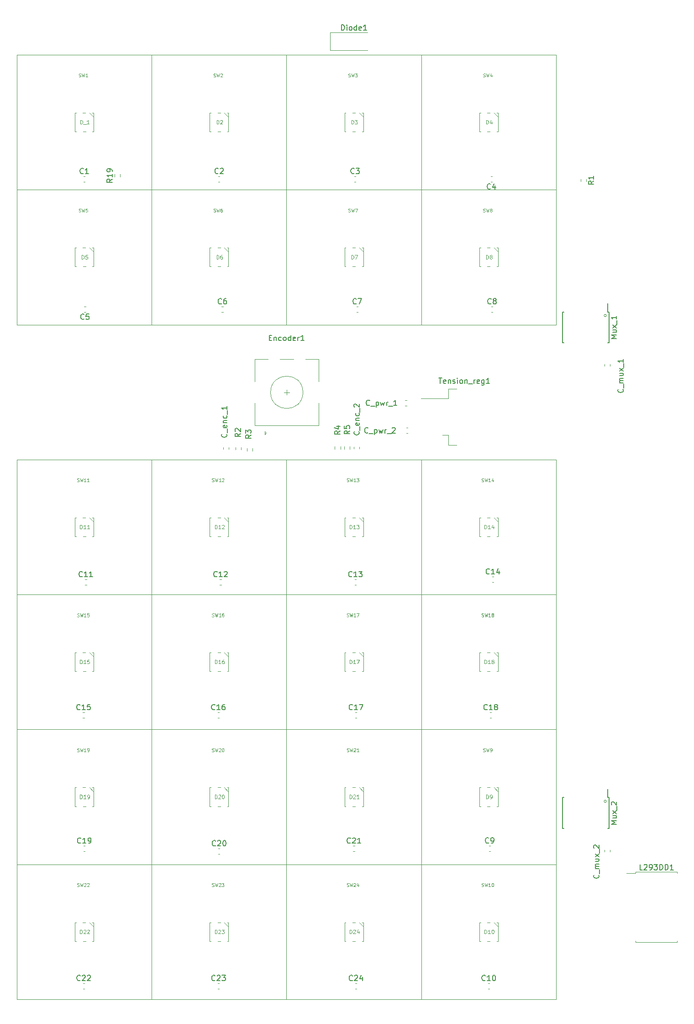
<source format=gbr>
%TF.GenerationSoftware,KiCad,Pcbnew,(6.0.9-0)*%
%TF.CreationDate,2023-10-23T19:11:04-03:00*%
%TF.ProjectId,Faduino-1,46616475-696e-46f2-9d31-2e6b69636164,3*%
%TF.SameCoordinates,Original*%
%TF.FileFunction,Legend,Top*%
%TF.FilePolarity,Positive*%
%FSLAX46Y46*%
G04 Gerber Fmt 4.6, Leading zero omitted, Abs format (unit mm)*
G04 Created by KiCad (PCBNEW (6.0.9-0)) date 2023-10-23 19:11:04*
%MOMM*%
%LPD*%
G01*
G04 APERTURE LIST*
%ADD10C,0.150000*%
%ADD11C,0.100000*%
%ADD12C,0.080000*%
%ADD13C,0.120000*%
G04 APERTURE END LIST*
D10*
%TO.C,C_mux_1*%
X174857142Y-99452380D02*
X174904761Y-99500000D01*
X174952380Y-99642857D01*
X174952380Y-99738095D01*
X174904761Y-99880952D01*
X174809523Y-99976190D01*
X174714285Y-100023809D01*
X174523809Y-100071428D01*
X174380952Y-100071428D01*
X174190476Y-100023809D01*
X174095238Y-99976190D01*
X174000000Y-99880952D01*
X173952380Y-99738095D01*
X173952380Y-99642857D01*
X174000000Y-99500000D01*
X174047619Y-99452380D01*
X175047619Y-99261904D02*
X175047619Y-98500000D01*
X174952380Y-98261904D02*
X174285714Y-98261904D01*
X174380952Y-98261904D02*
X174333333Y-98214285D01*
X174285714Y-98119047D01*
X174285714Y-97976190D01*
X174333333Y-97880952D01*
X174428571Y-97833333D01*
X174952380Y-97833333D01*
X174428571Y-97833333D02*
X174333333Y-97785714D01*
X174285714Y-97690476D01*
X174285714Y-97547619D01*
X174333333Y-97452380D01*
X174428571Y-97404761D01*
X174952380Y-97404761D01*
X174285714Y-96500000D02*
X174952380Y-96500000D01*
X174285714Y-96928571D02*
X174809523Y-96928571D01*
X174904761Y-96880952D01*
X174952380Y-96785714D01*
X174952380Y-96642857D01*
X174904761Y-96547619D01*
X174857142Y-96500000D01*
X174952380Y-96119047D02*
X174285714Y-95595238D01*
X174285714Y-96119047D02*
X174952380Y-95595238D01*
X175047619Y-95452380D02*
X175047619Y-94690476D01*
X174952380Y-93928571D02*
X174952380Y-94500000D01*
X174952380Y-94214285D02*
X173952380Y-94214285D01*
X174095238Y-94309523D01*
X174190476Y-94404761D01*
X174238095Y-94500000D01*
%TO.C,C_pwr_2*%
X127615714Y-107467142D02*
X127568095Y-107514761D01*
X127425238Y-107562380D01*
X127330000Y-107562380D01*
X127187142Y-107514761D01*
X127091904Y-107419523D01*
X127044285Y-107324285D01*
X126996666Y-107133809D01*
X126996666Y-106990952D01*
X127044285Y-106800476D01*
X127091904Y-106705238D01*
X127187142Y-106610000D01*
X127330000Y-106562380D01*
X127425238Y-106562380D01*
X127568095Y-106610000D01*
X127615714Y-106657619D01*
X127806190Y-107657619D02*
X128568095Y-107657619D01*
X128806190Y-106895714D02*
X128806190Y-107895714D01*
X128806190Y-106943333D02*
X128901428Y-106895714D01*
X129091904Y-106895714D01*
X129187142Y-106943333D01*
X129234761Y-106990952D01*
X129282380Y-107086190D01*
X129282380Y-107371904D01*
X129234761Y-107467142D01*
X129187142Y-107514761D01*
X129091904Y-107562380D01*
X128901428Y-107562380D01*
X128806190Y-107514761D01*
X129615714Y-106895714D02*
X129806190Y-107562380D01*
X129996666Y-107086190D01*
X130187142Y-107562380D01*
X130377619Y-106895714D01*
X130758571Y-107562380D02*
X130758571Y-106895714D01*
X130758571Y-107086190D02*
X130806190Y-106990952D01*
X130853809Y-106943333D01*
X130949047Y-106895714D01*
X131044285Y-106895714D01*
X131139523Y-107657619D02*
X131901428Y-107657619D01*
X132091904Y-106657619D02*
X132139523Y-106610000D01*
X132234761Y-106562380D01*
X132472857Y-106562380D01*
X132568095Y-106610000D01*
X132615714Y-106657619D01*
X132663333Y-106752857D01*
X132663333Y-106848095D01*
X132615714Y-106990952D01*
X132044285Y-107562380D01*
X132663333Y-107562380D01*
%TO.C,C1*%
X74833333Y-59427142D02*
X74785714Y-59474761D01*
X74642857Y-59522380D01*
X74547619Y-59522380D01*
X74404761Y-59474761D01*
X74309523Y-59379523D01*
X74261904Y-59284285D01*
X74214285Y-59093809D01*
X74214285Y-58950952D01*
X74261904Y-58760476D01*
X74309523Y-58665238D01*
X74404761Y-58570000D01*
X74547619Y-58522380D01*
X74642857Y-58522380D01*
X74785714Y-58570000D01*
X74833333Y-58617619D01*
X75785714Y-59522380D02*
X75214285Y-59522380D01*
X75500000Y-59522380D02*
X75500000Y-58522380D01*
X75404761Y-58665238D01*
X75309523Y-58760476D01*
X75214285Y-58808095D01*
%TO.C,C13*%
X124637142Y-134127142D02*
X124589523Y-134174761D01*
X124446666Y-134222380D01*
X124351428Y-134222380D01*
X124208571Y-134174761D01*
X124113333Y-134079523D01*
X124065714Y-133984285D01*
X124018095Y-133793809D01*
X124018095Y-133650952D01*
X124065714Y-133460476D01*
X124113333Y-133365238D01*
X124208571Y-133270000D01*
X124351428Y-133222380D01*
X124446666Y-133222380D01*
X124589523Y-133270000D01*
X124637142Y-133317619D01*
X125589523Y-134222380D02*
X125018095Y-134222380D01*
X125303809Y-134222380D02*
X125303809Y-133222380D01*
X125208571Y-133365238D01*
X125113333Y-133460476D01*
X125018095Y-133508095D01*
X125922857Y-133222380D02*
X126541904Y-133222380D01*
X126208571Y-133603333D01*
X126351428Y-133603333D01*
X126446666Y-133650952D01*
X126494285Y-133698571D01*
X126541904Y-133793809D01*
X126541904Y-134031904D01*
X126494285Y-134127142D01*
X126446666Y-134174761D01*
X126351428Y-134222380D01*
X126065714Y-134222380D01*
X125970476Y-134174761D01*
X125922857Y-134127142D01*
%TO.C,C2*%
X99833333Y-59427142D02*
X99785714Y-59474761D01*
X99642857Y-59522380D01*
X99547619Y-59522380D01*
X99404761Y-59474761D01*
X99309523Y-59379523D01*
X99261904Y-59284285D01*
X99214285Y-59093809D01*
X99214285Y-58950952D01*
X99261904Y-58760476D01*
X99309523Y-58665238D01*
X99404761Y-58570000D01*
X99547619Y-58522380D01*
X99642857Y-58522380D01*
X99785714Y-58570000D01*
X99833333Y-58617619D01*
X100214285Y-58617619D02*
X100261904Y-58570000D01*
X100357142Y-58522380D01*
X100595238Y-58522380D01*
X100690476Y-58570000D01*
X100738095Y-58617619D01*
X100785714Y-58712857D01*
X100785714Y-58808095D01*
X100738095Y-58950952D01*
X100166666Y-59522380D01*
X100785714Y-59522380D01*
%TO.C,C14*%
X150137142Y-133627142D02*
X150089523Y-133674761D01*
X149946666Y-133722380D01*
X149851428Y-133722380D01*
X149708571Y-133674761D01*
X149613333Y-133579523D01*
X149565714Y-133484285D01*
X149518095Y-133293809D01*
X149518095Y-133150952D01*
X149565714Y-132960476D01*
X149613333Y-132865238D01*
X149708571Y-132770000D01*
X149851428Y-132722380D01*
X149946666Y-132722380D01*
X150089523Y-132770000D01*
X150137142Y-132817619D01*
X151089523Y-133722380D02*
X150518095Y-133722380D01*
X150803809Y-133722380D02*
X150803809Y-132722380D01*
X150708571Y-132865238D01*
X150613333Y-132960476D01*
X150518095Y-133008095D01*
X151946666Y-133055714D02*
X151946666Y-133722380D01*
X151708571Y-132674761D02*
X151470476Y-133389047D01*
X152089523Y-133389047D01*
%TO.C,C3*%
X125058333Y-59427142D02*
X125010714Y-59474761D01*
X124867857Y-59522380D01*
X124772619Y-59522380D01*
X124629761Y-59474761D01*
X124534523Y-59379523D01*
X124486904Y-59284285D01*
X124439285Y-59093809D01*
X124439285Y-58950952D01*
X124486904Y-58760476D01*
X124534523Y-58665238D01*
X124629761Y-58570000D01*
X124772619Y-58522380D01*
X124867857Y-58522380D01*
X125010714Y-58570000D01*
X125058333Y-58617619D01*
X125391666Y-58522380D02*
X126010714Y-58522380D01*
X125677380Y-58903333D01*
X125820238Y-58903333D01*
X125915476Y-58950952D01*
X125963095Y-58998571D01*
X126010714Y-59093809D01*
X126010714Y-59331904D01*
X125963095Y-59427142D01*
X125915476Y-59474761D01*
X125820238Y-59522380D01*
X125534523Y-59522380D01*
X125439285Y-59474761D01*
X125391666Y-59427142D01*
%TO.C,C15*%
X74227142Y-158767142D02*
X74179523Y-158814761D01*
X74036666Y-158862380D01*
X73941428Y-158862380D01*
X73798571Y-158814761D01*
X73703333Y-158719523D01*
X73655714Y-158624285D01*
X73608095Y-158433809D01*
X73608095Y-158290952D01*
X73655714Y-158100476D01*
X73703333Y-158005238D01*
X73798571Y-157910000D01*
X73941428Y-157862380D01*
X74036666Y-157862380D01*
X74179523Y-157910000D01*
X74227142Y-157957619D01*
X75179523Y-158862380D02*
X74608095Y-158862380D01*
X74893809Y-158862380D02*
X74893809Y-157862380D01*
X74798571Y-158005238D01*
X74703333Y-158100476D01*
X74608095Y-158148095D01*
X76084285Y-157862380D02*
X75608095Y-157862380D01*
X75560476Y-158338571D01*
X75608095Y-158290952D01*
X75703333Y-158243333D01*
X75941428Y-158243333D01*
X76036666Y-158290952D01*
X76084285Y-158338571D01*
X76131904Y-158433809D01*
X76131904Y-158671904D01*
X76084285Y-158767142D01*
X76036666Y-158814761D01*
X75941428Y-158862380D01*
X75703333Y-158862380D01*
X75608095Y-158814761D01*
X75560476Y-158767142D01*
%TO.C,C4*%
X150333333Y-62287142D02*
X150285714Y-62334761D01*
X150142857Y-62382380D01*
X150047619Y-62382380D01*
X149904761Y-62334761D01*
X149809523Y-62239523D01*
X149761904Y-62144285D01*
X149714285Y-61953809D01*
X149714285Y-61810952D01*
X149761904Y-61620476D01*
X149809523Y-61525238D01*
X149904761Y-61430000D01*
X150047619Y-61382380D01*
X150142857Y-61382380D01*
X150285714Y-61430000D01*
X150333333Y-61477619D01*
X151190476Y-61715714D02*
X151190476Y-62382380D01*
X150952380Y-61334761D02*
X150714285Y-62049047D01*
X151333333Y-62049047D01*
%TO.C,C16*%
X99227142Y-158767142D02*
X99179523Y-158814761D01*
X99036666Y-158862380D01*
X98941428Y-158862380D01*
X98798571Y-158814761D01*
X98703333Y-158719523D01*
X98655714Y-158624285D01*
X98608095Y-158433809D01*
X98608095Y-158290952D01*
X98655714Y-158100476D01*
X98703333Y-158005238D01*
X98798571Y-157910000D01*
X98941428Y-157862380D01*
X99036666Y-157862380D01*
X99179523Y-157910000D01*
X99227142Y-157957619D01*
X100179523Y-158862380D02*
X99608095Y-158862380D01*
X99893809Y-158862380D02*
X99893809Y-157862380D01*
X99798571Y-158005238D01*
X99703333Y-158100476D01*
X99608095Y-158148095D01*
X101036666Y-157862380D02*
X100846190Y-157862380D01*
X100750952Y-157910000D01*
X100703333Y-157957619D01*
X100608095Y-158100476D01*
X100560476Y-158290952D01*
X100560476Y-158671904D01*
X100608095Y-158767142D01*
X100655714Y-158814761D01*
X100750952Y-158862380D01*
X100941428Y-158862380D01*
X101036666Y-158814761D01*
X101084285Y-158767142D01*
X101131904Y-158671904D01*
X101131904Y-158433809D01*
X101084285Y-158338571D01*
X101036666Y-158290952D01*
X100941428Y-158243333D01*
X100750952Y-158243333D01*
X100655714Y-158290952D01*
X100608095Y-158338571D01*
X100560476Y-158433809D01*
%TO.C,C17*%
X124727142Y-158767142D02*
X124679523Y-158814761D01*
X124536666Y-158862380D01*
X124441428Y-158862380D01*
X124298571Y-158814761D01*
X124203333Y-158719523D01*
X124155714Y-158624285D01*
X124108095Y-158433809D01*
X124108095Y-158290952D01*
X124155714Y-158100476D01*
X124203333Y-158005238D01*
X124298571Y-157910000D01*
X124441428Y-157862380D01*
X124536666Y-157862380D01*
X124679523Y-157910000D01*
X124727142Y-157957619D01*
X125679523Y-158862380D02*
X125108095Y-158862380D01*
X125393809Y-158862380D02*
X125393809Y-157862380D01*
X125298571Y-158005238D01*
X125203333Y-158100476D01*
X125108095Y-158148095D01*
X126012857Y-157862380D02*
X126679523Y-157862380D01*
X126250952Y-158862380D01*
%TO.C,C6*%
X100443333Y-83567142D02*
X100395714Y-83614761D01*
X100252857Y-83662380D01*
X100157619Y-83662380D01*
X100014761Y-83614761D01*
X99919523Y-83519523D01*
X99871904Y-83424285D01*
X99824285Y-83233809D01*
X99824285Y-83090952D01*
X99871904Y-82900476D01*
X99919523Y-82805238D01*
X100014761Y-82710000D01*
X100157619Y-82662380D01*
X100252857Y-82662380D01*
X100395714Y-82710000D01*
X100443333Y-82757619D01*
X101300476Y-82662380D02*
X101110000Y-82662380D01*
X101014761Y-82710000D01*
X100967142Y-82757619D01*
X100871904Y-82900476D01*
X100824285Y-83090952D01*
X100824285Y-83471904D01*
X100871904Y-83567142D01*
X100919523Y-83614761D01*
X101014761Y-83662380D01*
X101205238Y-83662380D01*
X101300476Y-83614761D01*
X101348095Y-83567142D01*
X101395714Y-83471904D01*
X101395714Y-83233809D01*
X101348095Y-83138571D01*
X101300476Y-83090952D01*
X101205238Y-83043333D01*
X101014761Y-83043333D01*
X100919523Y-83090952D01*
X100871904Y-83138571D01*
X100824285Y-83233809D01*
%TO.C,C18*%
X149727142Y-158767142D02*
X149679523Y-158814761D01*
X149536666Y-158862380D01*
X149441428Y-158862380D01*
X149298571Y-158814761D01*
X149203333Y-158719523D01*
X149155714Y-158624285D01*
X149108095Y-158433809D01*
X149108095Y-158290952D01*
X149155714Y-158100476D01*
X149203333Y-158005238D01*
X149298571Y-157910000D01*
X149441428Y-157862380D01*
X149536666Y-157862380D01*
X149679523Y-157910000D01*
X149727142Y-157957619D01*
X150679523Y-158862380D02*
X150108095Y-158862380D01*
X150393809Y-158862380D02*
X150393809Y-157862380D01*
X150298571Y-158005238D01*
X150203333Y-158100476D01*
X150108095Y-158148095D01*
X151250952Y-158290952D02*
X151155714Y-158243333D01*
X151108095Y-158195714D01*
X151060476Y-158100476D01*
X151060476Y-158052857D01*
X151108095Y-157957619D01*
X151155714Y-157910000D01*
X151250952Y-157862380D01*
X151441428Y-157862380D01*
X151536666Y-157910000D01*
X151584285Y-157957619D01*
X151631904Y-158052857D01*
X151631904Y-158100476D01*
X151584285Y-158195714D01*
X151536666Y-158243333D01*
X151441428Y-158290952D01*
X151250952Y-158290952D01*
X151155714Y-158338571D01*
X151108095Y-158386190D01*
X151060476Y-158481428D01*
X151060476Y-158671904D01*
X151108095Y-158767142D01*
X151155714Y-158814761D01*
X151250952Y-158862380D01*
X151441428Y-158862380D01*
X151536666Y-158814761D01*
X151584285Y-158767142D01*
X151631904Y-158671904D01*
X151631904Y-158481428D01*
X151584285Y-158386190D01*
X151536666Y-158338571D01*
X151441428Y-158290952D01*
%TO.C,C7*%
X125443333Y-83567142D02*
X125395714Y-83614761D01*
X125252857Y-83662380D01*
X125157619Y-83662380D01*
X125014761Y-83614761D01*
X124919523Y-83519523D01*
X124871904Y-83424285D01*
X124824285Y-83233809D01*
X124824285Y-83090952D01*
X124871904Y-82900476D01*
X124919523Y-82805238D01*
X125014761Y-82710000D01*
X125157619Y-82662380D01*
X125252857Y-82662380D01*
X125395714Y-82710000D01*
X125443333Y-82757619D01*
X125776666Y-82662380D02*
X126443333Y-82662380D01*
X126014761Y-83662380D01*
%TO.C,C19*%
X74357142Y-183487142D02*
X74309523Y-183534761D01*
X74166666Y-183582380D01*
X74071428Y-183582380D01*
X73928571Y-183534761D01*
X73833333Y-183439523D01*
X73785714Y-183344285D01*
X73738095Y-183153809D01*
X73738095Y-183010952D01*
X73785714Y-182820476D01*
X73833333Y-182725238D01*
X73928571Y-182630000D01*
X74071428Y-182582380D01*
X74166666Y-182582380D01*
X74309523Y-182630000D01*
X74357142Y-182677619D01*
X75309523Y-183582380D02*
X74738095Y-183582380D01*
X75023809Y-183582380D02*
X75023809Y-182582380D01*
X74928571Y-182725238D01*
X74833333Y-182820476D01*
X74738095Y-182868095D01*
X75785714Y-183582380D02*
X75976190Y-183582380D01*
X76071428Y-183534761D01*
X76119047Y-183487142D01*
X76214285Y-183344285D01*
X76261904Y-183153809D01*
X76261904Y-182772857D01*
X76214285Y-182677619D01*
X76166666Y-182630000D01*
X76071428Y-182582380D01*
X75880952Y-182582380D01*
X75785714Y-182630000D01*
X75738095Y-182677619D01*
X75690476Y-182772857D01*
X75690476Y-183010952D01*
X75738095Y-183106190D01*
X75785714Y-183153809D01*
X75880952Y-183201428D01*
X76071428Y-183201428D01*
X76166666Y-183153809D01*
X76214285Y-183106190D01*
X76261904Y-183010952D01*
%TO.C,C8*%
X150443333Y-83567142D02*
X150395714Y-83614761D01*
X150252857Y-83662380D01*
X150157619Y-83662380D01*
X150014761Y-83614761D01*
X149919523Y-83519523D01*
X149871904Y-83424285D01*
X149824285Y-83233809D01*
X149824285Y-83090952D01*
X149871904Y-82900476D01*
X149919523Y-82805238D01*
X150014761Y-82710000D01*
X150157619Y-82662380D01*
X150252857Y-82662380D01*
X150395714Y-82710000D01*
X150443333Y-82757619D01*
X151014761Y-83090952D02*
X150919523Y-83043333D01*
X150871904Y-82995714D01*
X150824285Y-82900476D01*
X150824285Y-82852857D01*
X150871904Y-82757619D01*
X150919523Y-82710000D01*
X151014761Y-82662380D01*
X151205238Y-82662380D01*
X151300476Y-82710000D01*
X151348095Y-82757619D01*
X151395714Y-82852857D01*
X151395714Y-82900476D01*
X151348095Y-82995714D01*
X151300476Y-83043333D01*
X151205238Y-83090952D01*
X151014761Y-83090952D01*
X150919523Y-83138571D01*
X150871904Y-83186190D01*
X150824285Y-83281428D01*
X150824285Y-83471904D01*
X150871904Y-83567142D01*
X150919523Y-83614761D01*
X151014761Y-83662380D01*
X151205238Y-83662380D01*
X151300476Y-83614761D01*
X151348095Y-83567142D01*
X151395714Y-83471904D01*
X151395714Y-83281428D01*
X151348095Y-83186190D01*
X151300476Y-83138571D01*
X151205238Y-83090952D01*
%TO.C,C20*%
X99357142Y-183987142D02*
X99309523Y-184034761D01*
X99166666Y-184082380D01*
X99071428Y-184082380D01*
X98928571Y-184034761D01*
X98833333Y-183939523D01*
X98785714Y-183844285D01*
X98738095Y-183653809D01*
X98738095Y-183510952D01*
X98785714Y-183320476D01*
X98833333Y-183225238D01*
X98928571Y-183130000D01*
X99071428Y-183082380D01*
X99166666Y-183082380D01*
X99309523Y-183130000D01*
X99357142Y-183177619D01*
X99738095Y-183177619D02*
X99785714Y-183130000D01*
X99880952Y-183082380D01*
X100119047Y-183082380D01*
X100214285Y-183130000D01*
X100261904Y-183177619D01*
X100309523Y-183272857D01*
X100309523Y-183368095D01*
X100261904Y-183510952D01*
X99690476Y-184082380D01*
X100309523Y-184082380D01*
X100928571Y-183082380D02*
X101023809Y-183082380D01*
X101119047Y-183130000D01*
X101166666Y-183177619D01*
X101214285Y-183272857D01*
X101261904Y-183463333D01*
X101261904Y-183701428D01*
X101214285Y-183891904D01*
X101166666Y-183987142D01*
X101119047Y-184034761D01*
X101023809Y-184082380D01*
X100928571Y-184082380D01*
X100833333Y-184034761D01*
X100785714Y-183987142D01*
X100738095Y-183891904D01*
X100690476Y-183701428D01*
X100690476Y-183463333D01*
X100738095Y-183272857D01*
X100785714Y-183177619D01*
X100833333Y-183130000D01*
X100928571Y-183082380D01*
%TO.C,C21*%
X124357142Y-183487142D02*
X124309523Y-183534761D01*
X124166666Y-183582380D01*
X124071428Y-183582380D01*
X123928571Y-183534761D01*
X123833333Y-183439523D01*
X123785714Y-183344285D01*
X123738095Y-183153809D01*
X123738095Y-183010952D01*
X123785714Y-182820476D01*
X123833333Y-182725238D01*
X123928571Y-182630000D01*
X124071428Y-182582380D01*
X124166666Y-182582380D01*
X124309523Y-182630000D01*
X124357142Y-182677619D01*
X124738095Y-182677619D02*
X124785714Y-182630000D01*
X124880952Y-182582380D01*
X125119047Y-182582380D01*
X125214285Y-182630000D01*
X125261904Y-182677619D01*
X125309523Y-182772857D01*
X125309523Y-182868095D01*
X125261904Y-183010952D01*
X124690476Y-183582380D01*
X125309523Y-183582380D01*
X126261904Y-183582380D02*
X125690476Y-183582380D01*
X125976190Y-183582380D02*
X125976190Y-182582380D01*
X125880952Y-182725238D01*
X125785714Y-182820476D01*
X125690476Y-182868095D01*
%TO.C,C22*%
X74257142Y-208957142D02*
X74209523Y-209004761D01*
X74066666Y-209052380D01*
X73971428Y-209052380D01*
X73828571Y-209004761D01*
X73733333Y-208909523D01*
X73685714Y-208814285D01*
X73638095Y-208623809D01*
X73638095Y-208480952D01*
X73685714Y-208290476D01*
X73733333Y-208195238D01*
X73828571Y-208100000D01*
X73971428Y-208052380D01*
X74066666Y-208052380D01*
X74209523Y-208100000D01*
X74257142Y-208147619D01*
X74638095Y-208147619D02*
X74685714Y-208100000D01*
X74780952Y-208052380D01*
X75019047Y-208052380D01*
X75114285Y-208100000D01*
X75161904Y-208147619D01*
X75209523Y-208242857D01*
X75209523Y-208338095D01*
X75161904Y-208480952D01*
X74590476Y-209052380D01*
X75209523Y-209052380D01*
X75590476Y-208147619D02*
X75638095Y-208100000D01*
X75733333Y-208052380D01*
X75971428Y-208052380D01*
X76066666Y-208100000D01*
X76114285Y-208147619D01*
X76161904Y-208242857D01*
X76161904Y-208338095D01*
X76114285Y-208480952D01*
X75542857Y-209052380D01*
X76161904Y-209052380D01*
%TO.C,C11*%
X74637142Y-134127142D02*
X74589523Y-134174761D01*
X74446666Y-134222380D01*
X74351428Y-134222380D01*
X74208571Y-134174761D01*
X74113333Y-134079523D01*
X74065714Y-133984285D01*
X74018095Y-133793809D01*
X74018095Y-133650952D01*
X74065714Y-133460476D01*
X74113333Y-133365238D01*
X74208571Y-133270000D01*
X74351428Y-133222380D01*
X74446666Y-133222380D01*
X74589523Y-133270000D01*
X74637142Y-133317619D01*
X75589523Y-134222380D02*
X75018095Y-134222380D01*
X75303809Y-134222380D02*
X75303809Y-133222380D01*
X75208571Y-133365238D01*
X75113333Y-133460476D01*
X75018095Y-133508095D01*
X76541904Y-134222380D02*
X75970476Y-134222380D01*
X76256190Y-134222380D02*
X76256190Y-133222380D01*
X76160952Y-133365238D01*
X76065714Y-133460476D01*
X75970476Y-133508095D01*
%TO.C,C23*%
X99257142Y-208957142D02*
X99209523Y-209004761D01*
X99066666Y-209052380D01*
X98971428Y-209052380D01*
X98828571Y-209004761D01*
X98733333Y-208909523D01*
X98685714Y-208814285D01*
X98638095Y-208623809D01*
X98638095Y-208480952D01*
X98685714Y-208290476D01*
X98733333Y-208195238D01*
X98828571Y-208100000D01*
X98971428Y-208052380D01*
X99066666Y-208052380D01*
X99209523Y-208100000D01*
X99257142Y-208147619D01*
X99638095Y-208147619D02*
X99685714Y-208100000D01*
X99780952Y-208052380D01*
X100019047Y-208052380D01*
X100114285Y-208100000D01*
X100161904Y-208147619D01*
X100209523Y-208242857D01*
X100209523Y-208338095D01*
X100161904Y-208480952D01*
X99590476Y-209052380D01*
X100209523Y-209052380D01*
X100542857Y-208052380D02*
X101161904Y-208052380D01*
X100828571Y-208433333D01*
X100971428Y-208433333D01*
X101066666Y-208480952D01*
X101114285Y-208528571D01*
X101161904Y-208623809D01*
X101161904Y-208861904D01*
X101114285Y-208957142D01*
X101066666Y-209004761D01*
X100971428Y-209052380D01*
X100685714Y-209052380D01*
X100590476Y-209004761D01*
X100542857Y-208957142D01*
%TO.C,C12*%
X99637142Y-134127142D02*
X99589523Y-134174761D01*
X99446666Y-134222380D01*
X99351428Y-134222380D01*
X99208571Y-134174761D01*
X99113333Y-134079523D01*
X99065714Y-133984285D01*
X99018095Y-133793809D01*
X99018095Y-133650952D01*
X99065714Y-133460476D01*
X99113333Y-133365238D01*
X99208571Y-133270000D01*
X99351428Y-133222380D01*
X99446666Y-133222380D01*
X99589523Y-133270000D01*
X99637142Y-133317619D01*
X100589523Y-134222380D02*
X100018095Y-134222380D01*
X100303809Y-134222380D02*
X100303809Y-133222380D01*
X100208571Y-133365238D01*
X100113333Y-133460476D01*
X100018095Y-133508095D01*
X100970476Y-133317619D02*
X101018095Y-133270000D01*
X101113333Y-133222380D01*
X101351428Y-133222380D01*
X101446666Y-133270000D01*
X101494285Y-133317619D01*
X101541904Y-133412857D01*
X101541904Y-133508095D01*
X101494285Y-133650952D01*
X100922857Y-134222380D01*
X101541904Y-134222380D01*
%TO.C,C24*%
X124757142Y-208957142D02*
X124709523Y-209004761D01*
X124566666Y-209052380D01*
X124471428Y-209052380D01*
X124328571Y-209004761D01*
X124233333Y-208909523D01*
X124185714Y-208814285D01*
X124138095Y-208623809D01*
X124138095Y-208480952D01*
X124185714Y-208290476D01*
X124233333Y-208195238D01*
X124328571Y-208100000D01*
X124471428Y-208052380D01*
X124566666Y-208052380D01*
X124709523Y-208100000D01*
X124757142Y-208147619D01*
X125138095Y-208147619D02*
X125185714Y-208100000D01*
X125280952Y-208052380D01*
X125519047Y-208052380D01*
X125614285Y-208100000D01*
X125661904Y-208147619D01*
X125709523Y-208242857D01*
X125709523Y-208338095D01*
X125661904Y-208480952D01*
X125090476Y-209052380D01*
X125709523Y-209052380D01*
X126566666Y-208385714D02*
X126566666Y-209052380D01*
X126328571Y-208004761D02*
X126090476Y-208719047D01*
X126709523Y-208719047D01*
%TO.C,C_enc_2*%
X125897142Y-107288095D02*
X125944761Y-107335714D01*
X125992380Y-107478571D01*
X125992380Y-107573809D01*
X125944761Y-107716666D01*
X125849523Y-107811904D01*
X125754285Y-107859523D01*
X125563809Y-107907142D01*
X125420952Y-107907142D01*
X125230476Y-107859523D01*
X125135238Y-107811904D01*
X125040000Y-107716666D01*
X124992380Y-107573809D01*
X124992380Y-107478571D01*
X125040000Y-107335714D01*
X125087619Y-107288095D01*
X126087619Y-107097619D02*
X126087619Y-106335714D01*
X125944761Y-105716666D02*
X125992380Y-105811904D01*
X125992380Y-106002380D01*
X125944761Y-106097619D01*
X125849523Y-106145238D01*
X125468571Y-106145238D01*
X125373333Y-106097619D01*
X125325714Y-106002380D01*
X125325714Y-105811904D01*
X125373333Y-105716666D01*
X125468571Y-105669047D01*
X125563809Y-105669047D01*
X125659047Y-106145238D01*
X125325714Y-105240476D02*
X125992380Y-105240476D01*
X125420952Y-105240476D02*
X125373333Y-105192857D01*
X125325714Y-105097619D01*
X125325714Y-104954761D01*
X125373333Y-104859523D01*
X125468571Y-104811904D01*
X125992380Y-104811904D01*
X125944761Y-103907142D02*
X125992380Y-104002380D01*
X125992380Y-104192857D01*
X125944761Y-104288095D01*
X125897142Y-104335714D01*
X125801904Y-104383333D01*
X125516190Y-104383333D01*
X125420952Y-104335714D01*
X125373333Y-104288095D01*
X125325714Y-104192857D01*
X125325714Y-104002380D01*
X125373333Y-103907142D01*
X126087619Y-103716666D02*
X126087619Y-102954761D01*
X125087619Y-102764285D02*
X125040000Y-102716666D01*
X124992380Y-102621428D01*
X124992380Y-102383333D01*
X125040000Y-102288095D01*
X125087619Y-102240476D01*
X125182857Y-102192857D01*
X125278095Y-102192857D01*
X125420952Y-102240476D01*
X125992380Y-102811904D01*
X125992380Y-102192857D01*
D11*
%TO.C,D2*%
X99558333Y-50316666D02*
X99558333Y-49616666D01*
X99725000Y-49616666D01*
X99825000Y-49650000D01*
X99891666Y-49716666D01*
X99925000Y-49783333D01*
X99958333Y-49916666D01*
X99958333Y-50016666D01*
X99925000Y-50150000D01*
X99891666Y-50216666D01*
X99825000Y-50283333D01*
X99725000Y-50316666D01*
X99558333Y-50316666D01*
X100225000Y-49683333D02*
X100258333Y-49650000D01*
X100325000Y-49616666D01*
X100491666Y-49616666D01*
X100558333Y-49650000D01*
X100591666Y-49683333D01*
X100625000Y-49750000D01*
X100625000Y-49816666D01*
X100591666Y-49916666D01*
X100191666Y-50316666D01*
X100625000Y-50316666D01*
%TO.C,D3*%
X124558333Y-50316666D02*
X124558333Y-49616666D01*
X124725000Y-49616666D01*
X124825000Y-49650000D01*
X124891666Y-49716666D01*
X124925000Y-49783333D01*
X124958333Y-49916666D01*
X124958333Y-50016666D01*
X124925000Y-50150000D01*
X124891666Y-50216666D01*
X124825000Y-50283333D01*
X124725000Y-50316666D01*
X124558333Y-50316666D01*
X125191666Y-49616666D02*
X125625000Y-49616666D01*
X125391666Y-49883333D01*
X125491666Y-49883333D01*
X125558333Y-49916666D01*
X125591666Y-49950000D01*
X125625000Y-50016666D01*
X125625000Y-50183333D01*
X125591666Y-50250000D01*
X125558333Y-50283333D01*
X125491666Y-50316666D01*
X125291666Y-50316666D01*
X125225000Y-50283333D01*
X125191666Y-50250000D01*
%TO.C,D4*%
X149558333Y-50316666D02*
X149558333Y-49616666D01*
X149725000Y-49616666D01*
X149825000Y-49650000D01*
X149891666Y-49716666D01*
X149925000Y-49783333D01*
X149958333Y-49916666D01*
X149958333Y-50016666D01*
X149925000Y-50150000D01*
X149891666Y-50216666D01*
X149825000Y-50283333D01*
X149725000Y-50316666D01*
X149558333Y-50316666D01*
X150558333Y-49850000D02*
X150558333Y-50316666D01*
X150391666Y-49583333D02*
X150225000Y-50083333D01*
X150658333Y-50083333D01*
%TO.C,D5*%
X74558333Y-75316666D02*
X74558333Y-74616666D01*
X74725000Y-74616666D01*
X74825000Y-74650000D01*
X74891666Y-74716666D01*
X74925000Y-74783333D01*
X74958333Y-74916666D01*
X74958333Y-75016666D01*
X74925000Y-75150000D01*
X74891666Y-75216666D01*
X74825000Y-75283333D01*
X74725000Y-75316666D01*
X74558333Y-75316666D01*
X75591666Y-74616666D02*
X75258333Y-74616666D01*
X75225000Y-74950000D01*
X75258333Y-74916666D01*
X75325000Y-74883333D01*
X75491666Y-74883333D01*
X75558333Y-74916666D01*
X75591666Y-74950000D01*
X75625000Y-75016666D01*
X75625000Y-75183333D01*
X75591666Y-75250000D01*
X75558333Y-75283333D01*
X75491666Y-75316666D01*
X75325000Y-75316666D01*
X75258333Y-75283333D01*
X75225000Y-75250000D01*
%TO.C,D6*%
X99558333Y-75316666D02*
X99558333Y-74616666D01*
X99725000Y-74616666D01*
X99825000Y-74650000D01*
X99891666Y-74716666D01*
X99925000Y-74783333D01*
X99958333Y-74916666D01*
X99958333Y-75016666D01*
X99925000Y-75150000D01*
X99891666Y-75216666D01*
X99825000Y-75283333D01*
X99725000Y-75316666D01*
X99558333Y-75316666D01*
X100558333Y-74616666D02*
X100425000Y-74616666D01*
X100358333Y-74650000D01*
X100325000Y-74683333D01*
X100258333Y-74783333D01*
X100225000Y-74916666D01*
X100225000Y-75183333D01*
X100258333Y-75250000D01*
X100291666Y-75283333D01*
X100358333Y-75316666D01*
X100491666Y-75316666D01*
X100558333Y-75283333D01*
X100591666Y-75250000D01*
X100625000Y-75183333D01*
X100625000Y-75016666D01*
X100591666Y-74950000D01*
X100558333Y-74916666D01*
X100491666Y-74883333D01*
X100358333Y-74883333D01*
X100291666Y-74916666D01*
X100258333Y-74950000D01*
X100225000Y-75016666D01*
%TO.C,D7*%
X124558333Y-75316666D02*
X124558333Y-74616666D01*
X124725000Y-74616666D01*
X124825000Y-74650000D01*
X124891666Y-74716666D01*
X124925000Y-74783333D01*
X124958333Y-74916666D01*
X124958333Y-75016666D01*
X124925000Y-75150000D01*
X124891666Y-75216666D01*
X124825000Y-75283333D01*
X124725000Y-75316666D01*
X124558333Y-75316666D01*
X125191666Y-74616666D02*
X125658333Y-74616666D01*
X125358333Y-75316666D01*
%TO.C,D8*%
X149558333Y-75316666D02*
X149558333Y-74616666D01*
X149725000Y-74616666D01*
X149825000Y-74650000D01*
X149891666Y-74716666D01*
X149925000Y-74783333D01*
X149958333Y-74916666D01*
X149958333Y-75016666D01*
X149925000Y-75150000D01*
X149891666Y-75216666D01*
X149825000Y-75283333D01*
X149725000Y-75316666D01*
X149558333Y-75316666D01*
X150358333Y-74916666D02*
X150291666Y-74883333D01*
X150258333Y-74850000D01*
X150225000Y-74783333D01*
X150225000Y-74750000D01*
X150258333Y-74683333D01*
X150291666Y-74650000D01*
X150358333Y-74616666D01*
X150491666Y-74616666D01*
X150558333Y-74650000D01*
X150591666Y-74683333D01*
X150625000Y-74750000D01*
X150625000Y-74783333D01*
X150591666Y-74850000D01*
X150558333Y-74883333D01*
X150491666Y-74916666D01*
X150358333Y-74916666D01*
X150291666Y-74950000D01*
X150258333Y-74983333D01*
X150225000Y-75050000D01*
X150225000Y-75183333D01*
X150258333Y-75250000D01*
X150291666Y-75283333D01*
X150358333Y-75316666D01*
X150491666Y-75316666D01*
X150558333Y-75283333D01*
X150591666Y-75250000D01*
X150625000Y-75183333D01*
X150625000Y-75050000D01*
X150591666Y-74983333D01*
X150558333Y-74950000D01*
X150491666Y-74916666D01*
%TO.C,D11*%
X74225000Y-125316666D02*
X74225000Y-124616666D01*
X74391666Y-124616666D01*
X74491666Y-124650000D01*
X74558333Y-124716666D01*
X74591666Y-124783333D01*
X74625000Y-124916666D01*
X74625000Y-125016666D01*
X74591666Y-125150000D01*
X74558333Y-125216666D01*
X74491666Y-125283333D01*
X74391666Y-125316666D01*
X74225000Y-125316666D01*
X75291666Y-125316666D02*
X74891666Y-125316666D01*
X75091666Y-125316666D02*
X75091666Y-124616666D01*
X75025000Y-124716666D01*
X74958333Y-124783333D01*
X74891666Y-124816666D01*
X75958333Y-125316666D02*
X75558333Y-125316666D01*
X75758333Y-125316666D02*
X75758333Y-124616666D01*
X75691666Y-124716666D01*
X75625000Y-124783333D01*
X75558333Y-124816666D01*
%TO.C,D12*%
X99225000Y-125316666D02*
X99225000Y-124616666D01*
X99391666Y-124616666D01*
X99491666Y-124650000D01*
X99558333Y-124716666D01*
X99591666Y-124783333D01*
X99625000Y-124916666D01*
X99625000Y-125016666D01*
X99591666Y-125150000D01*
X99558333Y-125216666D01*
X99491666Y-125283333D01*
X99391666Y-125316666D01*
X99225000Y-125316666D01*
X100291666Y-125316666D02*
X99891666Y-125316666D01*
X100091666Y-125316666D02*
X100091666Y-124616666D01*
X100025000Y-124716666D01*
X99958333Y-124783333D01*
X99891666Y-124816666D01*
X100558333Y-124683333D02*
X100591666Y-124650000D01*
X100658333Y-124616666D01*
X100825000Y-124616666D01*
X100891666Y-124650000D01*
X100925000Y-124683333D01*
X100958333Y-124750000D01*
X100958333Y-124816666D01*
X100925000Y-124916666D01*
X100525000Y-125316666D01*
X100958333Y-125316666D01*
%TO.C,D13*%
X124225000Y-125316666D02*
X124225000Y-124616666D01*
X124391666Y-124616666D01*
X124491666Y-124650000D01*
X124558333Y-124716666D01*
X124591666Y-124783333D01*
X124625000Y-124916666D01*
X124625000Y-125016666D01*
X124591666Y-125150000D01*
X124558333Y-125216666D01*
X124491666Y-125283333D01*
X124391666Y-125316666D01*
X124225000Y-125316666D01*
X125291666Y-125316666D02*
X124891666Y-125316666D01*
X125091666Y-125316666D02*
X125091666Y-124616666D01*
X125025000Y-124716666D01*
X124958333Y-124783333D01*
X124891666Y-124816666D01*
X125525000Y-124616666D02*
X125958333Y-124616666D01*
X125725000Y-124883333D01*
X125825000Y-124883333D01*
X125891666Y-124916666D01*
X125925000Y-124950000D01*
X125958333Y-125016666D01*
X125958333Y-125183333D01*
X125925000Y-125250000D01*
X125891666Y-125283333D01*
X125825000Y-125316666D01*
X125625000Y-125316666D01*
X125558333Y-125283333D01*
X125525000Y-125250000D01*
%TO.C,D14*%
X149225000Y-125316666D02*
X149225000Y-124616666D01*
X149391666Y-124616666D01*
X149491666Y-124650000D01*
X149558333Y-124716666D01*
X149591666Y-124783333D01*
X149625000Y-124916666D01*
X149625000Y-125016666D01*
X149591666Y-125150000D01*
X149558333Y-125216666D01*
X149491666Y-125283333D01*
X149391666Y-125316666D01*
X149225000Y-125316666D01*
X150291666Y-125316666D02*
X149891666Y-125316666D01*
X150091666Y-125316666D02*
X150091666Y-124616666D01*
X150025000Y-124716666D01*
X149958333Y-124783333D01*
X149891666Y-124816666D01*
X150891666Y-124850000D02*
X150891666Y-125316666D01*
X150725000Y-124583333D02*
X150558333Y-125083333D01*
X150991666Y-125083333D01*
%TO.C,D15*%
X74225000Y-150316666D02*
X74225000Y-149616666D01*
X74391666Y-149616666D01*
X74491666Y-149650000D01*
X74558333Y-149716666D01*
X74591666Y-149783333D01*
X74625000Y-149916666D01*
X74625000Y-150016666D01*
X74591666Y-150150000D01*
X74558333Y-150216666D01*
X74491666Y-150283333D01*
X74391666Y-150316666D01*
X74225000Y-150316666D01*
X75291666Y-150316666D02*
X74891666Y-150316666D01*
X75091666Y-150316666D02*
X75091666Y-149616666D01*
X75025000Y-149716666D01*
X74958333Y-149783333D01*
X74891666Y-149816666D01*
X75925000Y-149616666D02*
X75591666Y-149616666D01*
X75558333Y-149950000D01*
X75591666Y-149916666D01*
X75658333Y-149883333D01*
X75825000Y-149883333D01*
X75891666Y-149916666D01*
X75925000Y-149950000D01*
X75958333Y-150016666D01*
X75958333Y-150183333D01*
X75925000Y-150250000D01*
X75891666Y-150283333D01*
X75825000Y-150316666D01*
X75658333Y-150316666D01*
X75591666Y-150283333D01*
X75558333Y-150250000D01*
%TO.C,D16*%
X99225000Y-150316666D02*
X99225000Y-149616666D01*
X99391666Y-149616666D01*
X99491666Y-149650000D01*
X99558333Y-149716666D01*
X99591666Y-149783333D01*
X99625000Y-149916666D01*
X99625000Y-150016666D01*
X99591666Y-150150000D01*
X99558333Y-150216666D01*
X99491666Y-150283333D01*
X99391666Y-150316666D01*
X99225000Y-150316666D01*
X100291666Y-150316666D02*
X99891666Y-150316666D01*
X100091666Y-150316666D02*
X100091666Y-149616666D01*
X100025000Y-149716666D01*
X99958333Y-149783333D01*
X99891666Y-149816666D01*
X100891666Y-149616666D02*
X100758333Y-149616666D01*
X100691666Y-149650000D01*
X100658333Y-149683333D01*
X100591666Y-149783333D01*
X100558333Y-149916666D01*
X100558333Y-150183333D01*
X100591666Y-150250000D01*
X100625000Y-150283333D01*
X100691666Y-150316666D01*
X100825000Y-150316666D01*
X100891666Y-150283333D01*
X100925000Y-150250000D01*
X100958333Y-150183333D01*
X100958333Y-150016666D01*
X100925000Y-149950000D01*
X100891666Y-149916666D01*
X100825000Y-149883333D01*
X100691666Y-149883333D01*
X100625000Y-149916666D01*
X100591666Y-149950000D01*
X100558333Y-150016666D01*
%TO.C,D17*%
X124225000Y-150316666D02*
X124225000Y-149616666D01*
X124391666Y-149616666D01*
X124491666Y-149650000D01*
X124558333Y-149716666D01*
X124591666Y-149783333D01*
X124625000Y-149916666D01*
X124625000Y-150016666D01*
X124591666Y-150150000D01*
X124558333Y-150216666D01*
X124491666Y-150283333D01*
X124391666Y-150316666D01*
X124225000Y-150316666D01*
X125291666Y-150316666D02*
X124891666Y-150316666D01*
X125091666Y-150316666D02*
X125091666Y-149616666D01*
X125025000Y-149716666D01*
X124958333Y-149783333D01*
X124891666Y-149816666D01*
X125525000Y-149616666D02*
X125991666Y-149616666D01*
X125691666Y-150316666D01*
%TO.C,D18*%
X149225000Y-150316666D02*
X149225000Y-149616666D01*
X149391666Y-149616666D01*
X149491666Y-149650000D01*
X149558333Y-149716666D01*
X149591666Y-149783333D01*
X149625000Y-149916666D01*
X149625000Y-150016666D01*
X149591666Y-150150000D01*
X149558333Y-150216666D01*
X149491666Y-150283333D01*
X149391666Y-150316666D01*
X149225000Y-150316666D01*
X150291666Y-150316666D02*
X149891666Y-150316666D01*
X150091666Y-150316666D02*
X150091666Y-149616666D01*
X150025000Y-149716666D01*
X149958333Y-149783333D01*
X149891666Y-149816666D01*
X150691666Y-149916666D02*
X150625000Y-149883333D01*
X150591666Y-149850000D01*
X150558333Y-149783333D01*
X150558333Y-149750000D01*
X150591666Y-149683333D01*
X150625000Y-149650000D01*
X150691666Y-149616666D01*
X150825000Y-149616666D01*
X150891666Y-149650000D01*
X150925000Y-149683333D01*
X150958333Y-149750000D01*
X150958333Y-149783333D01*
X150925000Y-149850000D01*
X150891666Y-149883333D01*
X150825000Y-149916666D01*
X150691666Y-149916666D01*
X150625000Y-149950000D01*
X150591666Y-149983333D01*
X150558333Y-150050000D01*
X150558333Y-150183333D01*
X150591666Y-150250000D01*
X150625000Y-150283333D01*
X150691666Y-150316666D01*
X150825000Y-150316666D01*
X150891666Y-150283333D01*
X150925000Y-150250000D01*
X150958333Y-150183333D01*
X150958333Y-150050000D01*
X150925000Y-149983333D01*
X150891666Y-149950000D01*
X150825000Y-149916666D01*
%TO.C,D19*%
X74225000Y-175316666D02*
X74225000Y-174616666D01*
X74391666Y-174616666D01*
X74491666Y-174650000D01*
X74558333Y-174716666D01*
X74591666Y-174783333D01*
X74625000Y-174916666D01*
X74625000Y-175016666D01*
X74591666Y-175150000D01*
X74558333Y-175216666D01*
X74491666Y-175283333D01*
X74391666Y-175316666D01*
X74225000Y-175316666D01*
X75291666Y-175316666D02*
X74891666Y-175316666D01*
X75091666Y-175316666D02*
X75091666Y-174616666D01*
X75025000Y-174716666D01*
X74958333Y-174783333D01*
X74891666Y-174816666D01*
X75625000Y-175316666D02*
X75758333Y-175316666D01*
X75825000Y-175283333D01*
X75858333Y-175250000D01*
X75925000Y-175150000D01*
X75958333Y-175016666D01*
X75958333Y-174750000D01*
X75925000Y-174683333D01*
X75891666Y-174650000D01*
X75825000Y-174616666D01*
X75691666Y-174616666D01*
X75625000Y-174650000D01*
X75591666Y-174683333D01*
X75558333Y-174750000D01*
X75558333Y-174916666D01*
X75591666Y-174983333D01*
X75625000Y-175016666D01*
X75691666Y-175050000D01*
X75825000Y-175050000D01*
X75891666Y-175016666D01*
X75925000Y-174983333D01*
X75958333Y-174916666D01*
%TO.C,D20*%
X99225000Y-175316666D02*
X99225000Y-174616666D01*
X99391666Y-174616666D01*
X99491666Y-174650000D01*
X99558333Y-174716666D01*
X99591666Y-174783333D01*
X99625000Y-174916666D01*
X99625000Y-175016666D01*
X99591666Y-175150000D01*
X99558333Y-175216666D01*
X99491666Y-175283333D01*
X99391666Y-175316666D01*
X99225000Y-175316666D01*
X99891666Y-174683333D02*
X99925000Y-174650000D01*
X99991666Y-174616666D01*
X100158333Y-174616666D01*
X100225000Y-174650000D01*
X100258333Y-174683333D01*
X100291666Y-174750000D01*
X100291666Y-174816666D01*
X100258333Y-174916666D01*
X99858333Y-175316666D01*
X100291666Y-175316666D01*
X100725000Y-174616666D02*
X100791666Y-174616666D01*
X100858333Y-174650000D01*
X100891666Y-174683333D01*
X100925000Y-174750000D01*
X100958333Y-174883333D01*
X100958333Y-175050000D01*
X100925000Y-175183333D01*
X100891666Y-175250000D01*
X100858333Y-175283333D01*
X100791666Y-175316666D01*
X100725000Y-175316666D01*
X100658333Y-175283333D01*
X100625000Y-175250000D01*
X100591666Y-175183333D01*
X100558333Y-175050000D01*
X100558333Y-174883333D01*
X100591666Y-174750000D01*
X100625000Y-174683333D01*
X100658333Y-174650000D01*
X100725000Y-174616666D01*
%TO.C,D21*%
X124225000Y-175316666D02*
X124225000Y-174616666D01*
X124391666Y-174616666D01*
X124491666Y-174650000D01*
X124558333Y-174716666D01*
X124591666Y-174783333D01*
X124625000Y-174916666D01*
X124625000Y-175016666D01*
X124591666Y-175150000D01*
X124558333Y-175216666D01*
X124491666Y-175283333D01*
X124391666Y-175316666D01*
X124225000Y-175316666D01*
X124891666Y-174683333D02*
X124925000Y-174650000D01*
X124991666Y-174616666D01*
X125158333Y-174616666D01*
X125225000Y-174650000D01*
X125258333Y-174683333D01*
X125291666Y-174750000D01*
X125291666Y-174816666D01*
X125258333Y-174916666D01*
X124858333Y-175316666D01*
X125291666Y-175316666D01*
X125958333Y-175316666D02*
X125558333Y-175316666D01*
X125758333Y-175316666D02*
X125758333Y-174616666D01*
X125691666Y-174716666D01*
X125625000Y-174783333D01*
X125558333Y-174816666D01*
%TO.C,D22*%
X74225000Y-200316666D02*
X74225000Y-199616666D01*
X74391666Y-199616666D01*
X74491666Y-199650000D01*
X74558333Y-199716666D01*
X74591666Y-199783333D01*
X74625000Y-199916666D01*
X74625000Y-200016666D01*
X74591666Y-200150000D01*
X74558333Y-200216666D01*
X74491666Y-200283333D01*
X74391666Y-200316666D01*
X74225000Y-200316666D01*
X74891666Y-199683333D02*
X74925000Y-199650000D01*
X74991666Y-199616666D01*
X75158333Y-199616666D01*
X75225000Y-199650000D01*
X75258333Y-199683333D01*
X75291666Y-199750000D01*
X75291666Y-199816666D01*
X75258333Y-199916666D01*
X74858333Y-200316666D01*
X75291666Y-200316666D01*
X75558333Y-199683333D02*
X75591666Y-199650000D01*
X75658333Y-199616666D01*
X75825000Y-199616666D01*
X75891666Y-199650000D01*
X75925000Y-199683333D01*
X75958333Y-199750000D01*
X75958333Y-199816666D01*
X75925000Y-199916666D01*
X75525000Y-200316666D01*
X75958333Y-200316666D01*
%TO.C,D23*%
X99225000Y-200316666D02*
X99225000Y-199616666D01*
X99391666Y-199616666D01*
X99491666Y-199650000D01*
X99558333Y-199716666D01*
X99591666Y-199783333D01*
X99625000Y-199916666D01*
X99625000Y-200016666D01*
X99591666Y-200150000D01*
X99558333Y-200216666D01*
X99491666Y-200283333D01*
X99391666Y-200316666D01*
X99225000Y-200316666D01*
X99891666Y-199683333D02*
X99925000Y-199650000D01*
X99991666Y-199616666D01*
X100158333Y-199616666D01*
X100225000Y-199650000D01*
X100258333Y-199683333D01*
X100291666Y-199750000D01*
X100291666Y-199816666D01*
X100258333Y-199916666D01*
X99858333Y-200316666D01*
X100291666Y-200316666D01*
X100525000Y-199616666D02*
X100958333Y-199616666D01*
X100725000Y-199883333D01*
X100825000Y-199883333D01*
X100891666Y-199916666D01*
X100925000Y-199950000D01*
X100958333Y-200016666D01*
X100958333Y-200183333D01*
X100925000Y-200250000D01*
X100891666Y-200283333D01*
X100825000Y-200316666D01*
X100625000Y-200316666D01*
X100558333Y-200283333D01*
X100525000Y-200250000D01*
%TO.C,D24*%
X124225000Y-200316666D02*
X124225000Y-199616666D01*
X124391666Y-199616666D01*
X124491666Y-199650000D01*
X124558333Y-199716666D01*
X124591666Y-199783333D01*
X124625000Y-199916666D01*
X124625000Y-200016666D01*
X124591666Y-200150000D01*
X124558333Y-200216666D01*
X124491666Y-200283333D01*
X124391666Y-200316666D01*
X124225000Y-200316666D01*
X124891666Y-199683333D02*
X124925000Y-199650000D01*
X124991666Y-199616666D01*
X125158333Y-199616666D01*
X125225000Y-199650000D01*
X125258333Y-199683333D01*
X125291666Y-199750000D01*
X125291666Y-199816666D01*
X125258333Y-199916666D01*
X124858333Y-200316666D01*
X125291666Y-200316666D01*
X125891666Y-199850000D02*
X125891666Y-200316666D01*
X125725000Y-199583333D02*
X125558333Y-200083333D01*
X125991666Y-200083333D01*
%TO.C,D_1*%
X74291666Y-50316666D02*
X74291666Y-49616666D01*
X74458333Y-49616666D01*
X74558333Y-49650000D01*
X74625000Y-49716666D01*
X74658333Y-49783333D01*
X74691666Y-49916666D01*
X74691666Y-50016666D01*
X74658333Y-50150000D01*
X74625000Y-50216666D01*
X74558333Y-50283333D01*
X74458333Y-50316666D01*
X74291666Y-50316666D01*
X74825000Y-50383333D02*
X75358333Y-50383333D01*
X75891666Y-50316666D02*
X75491666Y-50316666D01*
X75691666Y-50316666D02*
X75691666Y-49616666D01*
X75625000Y-49716666D01*
X75558333Y-49783333D01*
X75491666Y-49816666D01*
D10*
%TO.C,Diode1*%
X122690476Y-32952380D02*
X122690476Y-31952380D01*
X122928571Y-31952380D01*
X123071428Y-32000000D01*
X123166666Y-32095238D01*
X123214285Y-32190476D01*
X123261904Y-32380952D01*
X123261904Y-32523809D01*
X123214285Y-32714285D01*
X123166666Y-32809523D01*
X123071428Y-32904761D01*
X122928571Y-32952380D01*
X122690476Y-32952380D01*
X123690476Y-32952380D02*
X123690476Y-32285714D01*
X123690476Y-31952380D02*
X123642857Y-32000000D01*
X123690476Y-32047619D01*
X123738095Y-32000000D01*
X123690476Y-31952380D01*
X123690476Y-32047619D01*
X124309523Y-32952380D02*
X124214285Y-32904761D01*
X124166666Y-32857142D01*
X124119047Y-32761904D01*
X124119047Y-32476190D01*
X124166666Y-32380952D01*
X124214285Y-32333333D01*
X124309523Y-32285714D01*
X124452380Y-32285714D01*
X124547619Y-32333333D01*
X124595238Y-32380952D01*
X124642857Y-32476190D01*
X124642857Y-32761904D01*
X124595238Y-32857142D01*
X124547619Y-32904761D01*
X124452380Y-32952380D01*
X124309523Y-32952380D01*
X125500000Y-32952380D02*
X125500000Y-31952380D01*
X125500000Y-32904761D02*
X125404761Y-32952380D01*
X125214285Y-32952380D01*
X125119047Y-32904761D01*
X125071428Y-32857142D01*
X125023809Y-32761904D01*
X125023809Y-32476190D01*
X125071428Y-32380952D01*
X125119047Y-32333333D01*
X125214285Y-32285714D01*
X125404761Y-32285714D01*
X125500000Y-32333333D01*
X126357142Y-32904761D02*
X126261904Y-32952380D01*
X126071428Y-32952380D01*
X125976190Y-32904761D01*
X125928571Y-32809523D01*
X125928571Y-32428571D01*
X125976190Y-32333333D01*
X126071428Y-32285714D01*
X126261904Y-32285714D01*
X126357142Y-32333333D01*
X126404761Y-32428571D01*
X126404761Y-32523809D01*
X125928571Y-32619047D01*
X127357142Y-32952380D02*
X126785714Y-32952380D01*
X127071428Y-32952380D02*
X127071428Y-31952380D01*
X126976190Y-32095238D01*
X126880952Y-32190476D01*
X126785714Y-32238095D01*
%TO.C,Encoder1*%
X109285714Y-89928571D02*
X109619047Y-89928571D01*
X109761904Y-90452380D02*
X109285714Y-90452380D01*
X109285714Y-89452380D01*
X109761904Y-89452380D01*
X110190476Y-89785714D02*
X110190476Y-90452380D01*
X110190476Y-89880952D02*
X110238095Y-89833333D01*
X110333333Y-89785714D01*
X110476190Y-89785714D01*
X110571428Y-89833333D01*
X110619047Y-89928571D01*
X110619047Y-90452380D01*
X111523809Y-90404761D02*
X111428571Y-90452380D01*
X111238095Y-90452380D01*
X111142857Y-90404761D01*
X111095238Y-90357142D01*
X111047619Y-90261904D01*
X111047619Y-89976190D01*
X111095238Y-89880952D01*
X111142857Y-89833333D01*
X111238095Y-89785714D01*
X111428571Y-89785714D01*
X111523809Y-89833333D01*
X112095238Y-90452380D02*
X112000000Y-90404761D01*
X111952380Y-90357142D01*
X111904761Y-90261904D01*
X111904761Y-89976190D01*
X111952380Y-89880952D01*
X112000000Y-89833333D01*
X112095238Y-89785714D01*
X112238095Y-89785714D01*
X112333333Y-89833333D01*
X112380952Y-89880952D01*
X112428571Y-89976190D01*
X112428571Y-90261904D01*
X112380952Y-90357142D01*
X112333333Y-90404761D01*
X112238095Y-90452380D01*
X112095238Y-90452380D01*
X113285714Y-90452380D02*
X113285714Y-89452380D01*
X113285714Y-90404761D02*
X113190476Y-90452380D01*
X113000000Y-90452380D01*
X112904761Y-90404761D01*
X112857142Y-90357142D01*
X112809523Y-90261904D01*
X112809523Y-89976190D01*
X112857142Y-89880952D01*
X112904761Y-89833333D01*
X113000000Y-89785714D01*
X113190476Y-89785714D01*
X113285714Y-89833333D01*
X114142857Y-90404761D02*
X114047619Y-90452380D01*
X113857142Y-90452380D01*
X113761904Y-90404761D01*
X113714285Y-90309523D01*
X113714285Y-89928571D01*
X113761904Y-89833333D01*
X113857142Y-89785714D01*
X114047619Y-89785714D01*
X114142857Y-89833333D01*
X114190476Y-89928571D01*
X114190476Y-90023809D01*
X113714285Y-90119047D01*
X114619047Y-90452380D02*
X114619047Y-89785714D01*
X114619047Y-89976190D02*
X114666666Y-89880952D01*
X114714285Y-89833333D01*
X114809523Y-89785714D01*
X114904761Y-89785714D01*
X115761904Y-90452380D02*
X115190476Y-90452380D01*
X115476190Y-90452380D02*
X115476190Y-89452380D01*
X115380952Y-89595238D01*
X115285714Y-89690476D01*
X115190476Y-89738095D01*
%TO.C,R1*%
X169482380Y-60906666D02*
X169006190Y-61240000D01*
X169482380Y-61478095D02*
X168482380Y-61478095D01*
X168482380Y-61097142D01*
X168530000Y-61001904D01*
X168577619Y-60954285D01*
X168672857Y-60906666D01*
X168815714Y-60906666D01*
X168910952Y-60954285D01*
X168958571Y-61001904D01*
X169006190Y-61097142D01*
X169006190Y-61478095D01*
X169482380Y-59954285D02*
X169482380Y-60525714D01*
X169482380Y-60240000D02*
X168482380Y-60240000D01*
X168625238Y-60335238D01*
X168720476Y-60430476D01*
X168768095Y-60525714D01*
%TO.C,R3*%
X105942380Y-107926666D02*
X105466190Y-108260000D01*
X105942380Y-108498095D02*
X104942380Y-108498095D01*
X104942380Y-108117142D01*
X104990000Y-108021904D01*
X105037619Y-107974285D01*
X105132857Y-107926666D01*
X105275714Y-107926666D01*
X105370952Y-107974285D01*
X105418571Y-108021904D01*
X105466190Y-108117142D01*
X105466190Y-108498095D01*
X104942380Y-107593333D02*
X104942380Y-106974285D01*
X105323333Y-107307619D01*
X105323333Y-107164761D01*
X105370952Y-107069523D01*
X105418571Y-107021904D01*
X105513809Y-106974285D01*
X105751904Y-106974285D01*
X105847142Y-107021904D01*
X105894761Y-107069523D01*
X105942380Y-107164761D01*
X105942380Y-107450476D01*
X105894761Y-107545714D01*
X105847142Y-107593333D01*
%TO.C,R5*%
X124212380Y-107156666D02*
X123736190Y-107490000D01*
X124212380Y-107728095D02*
X123212380Y-107728095D01*
X123212380Y-107347142D01*
X123260000Y-107251904D01*
X123307619Y-107204285D01*
X123402857Y-107156666D01*
X123545714Y-107156666D01*
X123640952Y-107204285D01*
X123688571Y-107251904D01*
X123736190Y-107347142D01*
X123736190Y-107728095D01*
X123212380Y-106251904D02*
X123212380Y-106728095D01*
X123688571Y-106775714D01*
X123640952Y-106728095D01*
X123593333Y-106632857D01*
X123593333Y-106394761D01*
X123640952Y-106299523D01*
X123688571Y-106251904D01*
X123783809Y-106204285D01*
X124021904Y-106204285D01*
X124117142Y-106251904D01*
X124164761Y-106299523D01*
X124212380Y-106394761D01*
X124212380Y-106632857D01*
X124164761Y-106728095D01*
X124117142Y-106775714D01*
%TO.C,R4*%
X122422380Y-107206666D02*
X121946190Y-107540000D01*
X122422380Y-107778095D02*
X121422380Y-107778095D01*
X121422380Y-107397142D01*
X121470000Y-107301904D01*
X121517619Y-107254285D01*
X121612857Y-107206666D01*
X121755714Y-107206666D01*
X121850952Y-107254285D01*
X121898571Y-107301904D01*
X121946190Y-107397142D01*
X121946190Y-107778095D01*
X121755714Y-106349523D02*
X122422380Y-106349523D01*
X121374761Y-106587619D02*
X122089047Y-106825714D01*
X122089047Y-106206666D01*
%TO.C,R2*%
X103952380Y-107666666D02*
X103476190Y-108000000D01*
X103952380Y-108238095D02*
X102952380Y-108238095D01*
X102952380Y-107857142D01*
X103000000Y-107761904D01*
X103047619Y-107714285D01*
X103142857Y-107666666D01*
X103285714Y-107666666D01*
X103380952Y-107714285D01*
X103428571Y-107761904D01*
X103476190Y-107857142D01*
X103476190Y-108238095D01*
X103047619Y-107285714D02*
X103000000Y-107238095D01*
X102952380Y-107142857D01*
X102952380Y-106904761D01*
X103000000Y-106809523D01*
X103047619Y-106761904D01*
X103142857Y-106714285D01*
X103238095Y-106714285D01*
X103380952Y-106761904D01*
X103952380Y-107333333D01*
X103952380Y-106714285D01*
%TO.C,C_enc_1*%
X101357142Y-107738095D02*
X101404761Y-107785714D01*
X101452380Y-107928571D01*
X101452380Y-108023809D01*
X101404761Y-108166666D01*
X101309523Y-108261904D01*
X101214285Y-108309523D01*
X101023809Y-108357142D01*
X100880952Y-108357142D01*
X100690476Y-108309523D01*
X100595238Y-108261904D01*
X100500000Y-108166666D01*
X100452380Y-108023809D01*
X100452380Y-107928571D01*
X100500000Y-107785714D01*
X100547619Y-107738095D01*
X101547619Y-107547619D02*
X101547619Y-106785714D01*
X101404761Y-106166666D02*
X101452380Y-106261904D01*
X101452380Y-106452380D01*
X101404761Y-106547619D01*
X101309523Y-106595238D01*
X100928571Y-106595238D01*
X100833333Y-106547619D01*
X100785714Y-106452380D01*
X100785714Y-106261904D01*
X100833333Y-106166666D01*
X100928571Y-106119047D01*
X101023809Y-106119047D01*
X101119047Y-106595238D01*
X100785714Y-105690476D02*
X101452380Y-105690476D01*
X100880952Y-105690476D02*
X100833333Y-105642857D01*
X100785714Y-105547619D01*
X100785714Y-105404761D01*
X100833333Y-105309523D01*
X100928571Y-105261904D01*
X101452380Y-105261904D01*
X101404761Y-104357142D02*
X101452380Y-104452380D01*
X101452380Y-104642857D01*
X101404761Y-104738095D01*
X101357142Y-104785714D01*
X101261904Y-104833333D01*
X100976190Y-104833333D01*
X100880952Y-104785714D01*
X100833333Y-104738095D01*
X100785714Y-104642857D01*
X100785714Y-104452380D01*
X100833333Y-104357142D01*
X101547619Y-104166666D02*
X101547619Y-103404761D01*
X101452380Y-102642857D02*
X101452380Y-103214285D01*
X101452380Y-102928571D02*
X100452380Y-102928571D01*
X100595238Y-103023809D01*
X100690476Y-103119047D01*
X100738095Y-103214285D01*
%TO.C,C5*%
X74943333Y-86427142D02*
X74895714Y-86474761D01*
X74752857Y-86522380D01*
X74657619Y-86522380D01*
X74514761Y-86474761D01*
X74419523Y-86379523D01*
X74371904Y-86284285D01*
X74324285Y-86093809D01*
X74324285Y-85950952D01*
X74371904Y-85760476D01*
X74419523Y-85665238D01*
X74514761Y-85570000D01*
X74657619Y-85522380D01*
X74752857Y-85522380D01*
X74895714Y-85570000D01*
X74943333Y-85617619D01*
X75848095Y-85522380D02*
X75371904Y-85522380D01*
X75324285Y-85998571D01*
X75371904Y-85950952D01*
X75467142Y-85903333D01*
X75705238Y-85903333D01*
X75800476Y-85950952D01*
X75848095Y-85998571D01*
X75895714Y-86093809D01*
X75895714Y-86331904D01*
X75848095Y-86427142D01*
X75800476Y-86474761D01*
X75705238Y-86522380D01*
X75467142Y-86522380D01*
X75371904Y-86474761D01*
X75324285Y-86427142D01*
%TO.C,C_mux_2*%
X170357142Y-189452380D02*
X170404761Y-189500000D01*
X170452380Y-189642857D01*
X170452380Y-189738095D01*
X170404761Y-189880952D01*
X170309523Y-189976190D01*
X170214285Y-190023809D01*
X170023809Y-190071428D01*
X169880952Y-190071428D01*
X169690476Y-190023809D01*
X169595238Y-189976190D01*
X169500000Y-189880952D01*
X169452380Y-189738095D01*
X169452380Y-189642857D01*
X169500000Y-189500000D01*
X169547619Y-189452380D01*
X170547619Y-189261904D02*
X170547619Y-188500000D01*
X170452380Y-188261904D02*
X169785714Y-188261904D01*
X169880952Y-188261904D02*
X169833333Y-188214285D01*
X169785714Y-188119047D01*
X169785714Y-187976190D01*
X169833333Y-187880952D01*
X169928571Y-187833333D01*
X170452380Y-187833333D01*
X169928571Y-187833333D02*
X169833333Y-187785714D01*
X169785714Y-187690476D01*
X169785714Y-187547619D01*
X169833333Y-187452380D01*
X169928571Y-187404761D01*
X170452380Y-187404761D01*
X169785714Y-186500000D02*
X170452380Y-186500000D01*
X169785714Y-186928571D02*
X170309523Y-186928571D01*
X170404761Y-186880952D01*
X170452380Y-186785714D01*
X170452380Y-186642857D01*
X170404761Y-186547619D01*
X170357142Y-186500000D01*
X170452380Y-186119047D02*
X169785714Y-185595238D01*
X169785714Y-186119047D02*
X170452380Y-185595238D01*
X170547619Y-185452380D02*
X170547619Y-184690476D01*
X169547619Y-184500000D02*
X169500000Y-184452380D01*
X169452380Y-184357142D01*
X169452380Y-184119047D01*
X169500000Y-184023809D01*
X169547619Y-183976190D01*
X169642857Y-183928571D01*
X169738095Y-183928571D01*
X169880952Y-183976190D01*
X170452380Y-184547619D01*
X170452380Y-183928571D01*
%TO.C,C_pwr_1*%
X127915714Y-102377142D02*
X127868095Y-102424761D01*
X127725238Y-102472380D01*
X127630000Y-102472380D01*
X127487142Y-102424761D01*
X127391904Y-102329523D01*
X127344285Y-102234285D01*
X127296666Y-102043809D01*
X127296666Y-101900952D01*
X127344285Y-101710476D01*
X127391904Y-101615238D01*
X127487142Y-101520000D01*
X127630000Y-101472380D01*
X127725238Y-101472380D01*
X127868095Y-101520000D01*
X127915714Y-101567619D01*
X128106190Y-102567619D02*
X128868095Y-102567619D01*
X129106190Y-101805714D02*
X129106190Y-102805714D01*
X129106190Y-101853333D02*
X129201428Y-101805714D01*
X129391904Y-101805714D01*
X129487142Y-101853333D01*
X129534761Y-101900952D01*
X129582380Y-101996190D01*
X129582380Y-102281904D01*
X129534761Y-102377142D01*
X129487142Y-102424761D01*
X129391904Y-102472380D01*
X129201428Y-102472380D01*
X129106190Y-102424761D01*
X129915714Y-101805714D02*
X130106190Y-102472380D01*
X130296666Y-101996190D01*
X130487142Y-102472380D01*
X130677619Y-101805714D01*
X131058571Y-102472380D02*
X131058571Y-101805714D01*
X131058571Y-101996190D02*
X131106190Y-101900952D01*
X131153809Y-101853333D01*
X131249047Y-101805714D01*
X131344285Y-101805714D01*
X131439523Y-102567619D02*
X132201428Y-102567619D01*
X132963333Y-102472380D02*
X132391904Y-102472380D01*
X132677619Y-102472380D02*
X132677619Y-101472380D01*
X132582380Y-101615238D01*
X132487142Y-101710476D01*
X132391904Y-101758095D01*
%TO.C,Mux_2*%
X173702380Y-180047619D02*
X172702380Y-180047619D01*
X173416666Y-179714285D01*
X172702380Y-179380952D01*
X173702380Y-179380952D01*
X173035714Y-178476190D02*
X173702380Y-178476190D01*
X173035714Y-178904761D02*
X173559523Y-178904761D01*
X173654761Y-178857142D01*
X173702380Y-178761904D01*
X173702380Y-178619047D01*
X173654761Y-178523809D01*
X173607142Y-178476190D01*
X173702380Y-178095238D02*
X173035714Y-177571428D01*
X173035714Y-178095238D02*
X173702380Y-177571428D01*
X173797619Y-177428571D02*
X173797619Y-176666666D01*
X172797619Y-176476190D02*
X172750000Y-176428571D01*
X172702380Y-176333333D01*
X172702380Y-176095238D01*
X172750000Y-176000000D01*
X172797619Y-175952380D01*
X172892857Y-175904761D01*
X172988095Y-175904761D01*
X173130952Y-175952380D01*
X173702380Y-176523809D01*
X173702380Y-175904761D01*
%TO.C,Mux_1*%
X173702380Y-90047619D02*
X172702380Y-90047619D01*
X173416666Y-89714285D01*
X172702380Y-89380952D01*
X173702380Y-89380952D01*
X173035714Y-88476190D02*
X173702380Y-88476190D01*
X173035714Y-88904761D02*
X173559523Y-88904761D01*
X173654761Y-88857142D01*
X173702380Y-88761904D01*
X173702380Y-88619047D01*
X173654761Y-88523809D01*
X173607142Y-88476190D01*
X173702380Y-88095238D02*
X173035714Y-87571428D01*
X173035714Y-88095238D02*
X173702380Y-87571428D01*
X173797619Y-87428571D02*
X173797619Y-86666666D01*
X173702380Y-85904761D02*
X173702380Y-86476190D01*
X173702380Y-86190476D02*
X172702380Y-86190476D01*
X172845238Y-86285714D01*
X172940476Y-86380952D01*
X172988095Y-86476190D01*
%TO.C,R19*%
X80182380Y-60512857D02*
X79706190Y-60846190D01*
X80182380Y-61084285D02*
X79182380Y-61084285D01*
X79182380Y-60703333D01*
X79230000Y-60608095D01*
X79277619Y-60560476D01*
X79372857Y-60512857D01*
X79515714Y-60512857D01*
X79610952Y-60560476D01*
X79658571Y-60608095D01*
X79706190Y-60703333D01*
X79706190Y-61084285D01*
X80182380Y-59560476D02*
X80182380Y-60131904D01*
X80182380Y-59846190D02*
X79182380Y-59846190D01*
X79325238Y-59941428D01*
X79420476Y-60036666D01*
X79468095Y-60131904D01*
X80182380Y-59084285D02*
X80182380Y-58893809D01*
X80134761Y-58798571D01*
X80087142Y-58750952D01*
X79944285Y-58655714D01*
X79753809Y-58608095D01*
X79372857Y-58608095D01*
X79277619Y-58655714D01*
X79230000Y-58703333D01*
X79182380Y-58798571D01*
X79182380Y-58989047D01*
X79230000Y-59084285D01*
X79277619Y-59131904D01*
X79372857Y-59179523D01*
X79610952Y-59179523D01*
X79706190Y-59131904D01*
X79753809Y-59084285D01*
X79801428Y-58989047D01*
X79801428Y-58798571D01*
X79753809Y-58703333D01*
X79706190Y-58655714D01*
X79610952Y-58608095D01*
D11*
%TO.C,D9*%
X149558333Y-175316666D02*
X149558333Y-174616666D01*
X149725000Y-174616666D01*
X149825000Y-174650000D01*
X149891666Y-174716666D01*
X149925000Y-174783333D01*
X149958333Y-174916666D01*
X149958333Y-175016666D01*
X149925000Y-175150000D01*
X149891666Y-175216666D01*
X149825000Y-175283333D01*
X149725000Y-175316666D01*
X149558333Y-175316666D01*
X150291666Y-175316666D02*
X150425000Y-175316666D01*
X150491666Y-175283333D01*
X150525000Y-175250000D01*
X150591666Y-175150000D01*
X150625000Y-175016666D01*
X150625000Y-174750000D01*
X150591666Y-174683333D01*
X150558333Y-174650000D01*
X150491666Y-174616666D01*
X150358333Y-174616666D01*
X150291666Y-174650000D01*
X150258333Y-174683333D01*
X150225000Y-174750000D01*
X150225000Y-174916666D01*
X150258333Y-174983333D01*
X150291666Y-175016666D01*
X150358333Y-175050000D01*
X150491666Y-175050000D01*
X150558333Y-175016666D01*
X150591666Y-174983333D01*
X150625000Y-174916666D01*
D10*
%TO.C,C9*%
X149993333Y-183467142D02*
X149945714Y-183514761D01*
X149802857Y-183562380D01*
X149707619Y-183562380D01*
X149564761Y-183514761D01*
X149469523Y-183419523D01*
X149421904Y-183324285D01*
X149374285Y-183133809D01*
X149374285Y-182990952D01*
X149421904Y-182800476D01*
X149469523Y-182705238D01*
X149564761Y-182610000D01*
X149707619Y-182562380D01*
X149802857Y-182562380D01*
X149945714Y-182610000D01*
X149993333Y-182657619D01*
X150469523Y-183562380D02*
X150660000Y-183562380D01*
X150755238Y-183514761D01*
X150802857Y-183467142D01*
X150898095Y-183324285D01*
X150945714Y-183133809D01*
X150945714Y-182752857D01*
X150898095Y-182657619D01*
X150850476Y-182610000D01*
X150755238Y-182562380D01*
X150564761Y-182562380D01*
X150469523Y-182610000D01*
X150421904Y-182657619D01*
X150374285Y-182752857D01*
X150374285Y-182990952D01*
X150421904Y-183086190D01*
X150469523Y-183133809D01*
X150564761Y-183181428D01*
X150755238Y-183181428D01*
X150850476Y-183133809D01*
X150898095Y-183086190D01*
X150945714Y-182990952D01*
D11*
%TO.C,D10*%
X149225000Y-200316666D02*
X149225000Y-199616666D01*
X149391666Y-199616666D01*
X149491666Y-199650000D01*
X149558333Y-199716666D01*
X149591666Y-199783333D01*
X149625000Y-199916666D01*
X149625000Y-200016666D01*
X149591666Y-200150000D01*
X149558333Y-200216666D01*
X149491666Y-200283333D01*
X149391666Y-200316666D01*
X149225000Y-200316666D01*
X150291666Y-200316666D02*
X149891666Y-200316666D01*
X150091666Y-200316666D02*
X150091666Y-199616666D01*
X150025000Y-199716666D01*
X149958333Y-199783333D01*
X149891666Y-199816666D01*
X150725000Y-199616666D02*
X150791666Y-199616666D01*
X150858333Y-199650000D01*
X150891666Y-199683333D01*
X150925000Y-199750000D01*
X150958333Y-199883333D01*
X150958333Y-200050000D01*
X150925000Y-200183333D01*
X150891666Y-200250000D01*
X150858333Y-200283333D01*
X150791666Y-200316666D01*
X150725000Y-200316666D01*
X150658333Y-200283333D01*
X150625000Y-200250000D01*
X150591666Y-200183333D01*
X150558333Y-200050000D01*
X150558333Y-199883333D01*
X150591666Y-199750000D01*
X150625000Y-199683333D01*
X150658333Y-199650000D01*
X150725000Y-199616666D01*
D10*
%TO.C,C10*%
X149357142Y-208957142D02*
X149309523Y-209004761D01*
X149166666Y-209052380D01*
X149071428Y-209052380D01*
X148928571Y-209004761D01*
X148833333Y-208909523D01*
X148785714Y-208814285D01*
X148738095Y-208623809D01*
X148738095Y-208480952D01*
X148785714Y-208290476D01*
X148833333Y-208195238D01*
X148928571Y-208100000D01*
X149071428Y-208052380D01*
X149166666Y-208052380D01*
X149309523Y-208100000D01*
X149357142Y-208147619D01*
X150309523Y-209052380D02*
X149738095Y-209052380D01*
X150023809Y-209052380D02*
X150023809Y-208052380D01*
X149928571Y-208195238D01*
X149833333Y-208290476D01*
X149738095Y-208338095D01*
X150928571Y-208052380D02*
X151023809Y-208052380D01*
X151119047Y-208100000D01*
X151166666Y-208147619D01*
X151214285Y-208242857D01*
X151261904Y-208433333D01*
X151261904Y-208671428D01*
X151214285Y-208861904D01*
X151166666Y-208957142D01*
X151119047Y-209004761D01*
X151023809Y-209052380D01*
X150928571Y-209052380D01*
X150833333Y-209004761D01*
X150785714Y-208957142D01*
X150738095Y-208861904D01*
X150690476Y-208671428D01*
X150690476Y-208433333D01*
X150738095Y-208242857D01*
X150785714Y-208147619D01*
X150833333Y-208100000D01*
X150928571Y-208052380D01*
D12*
%TO.C,SW1*%
X73987200Y-41576742D02*
X74074285Y-41605771D01*
X74219428Y-41605771D01*
X74277485Y-41576742D01*
X74306514Y-41547714D01*
X74335542Y-41489657D01*
X74335542Y-41431600D01*
X74306514Y-41373542D01*
X74277485Y-41344514D01*
X74219428Y-41315485D01*
X74103314Y-41286457D01*
X74045257Y-41257428D01*
X74016228Y-41228400D01*
X73987200Y-41170342D01*
X73987200Y-41112285D01*
X74016228Y-41054228D01*
X74045257Y-41025200D01*
X74103314Y-40996171D01*
X74248457Y-40996171D01*
X74335542Y-41025200D01*
X74538742Y-40996171D02*
X74683885Y-41605771D01*
X74800000Y-41170342D01*
X74916114Y-41605771D01*
X75061257Y-40996171D01*
X75612800Y-41605771D02*
X75264457Y-41605771D01*
X75438628Y-41605771D02*
X75438628Y-40996171D01*
X75380571Y-41083257D01*
X75322514Y-41141314D01*
X75264457Y-41170342D01*
%TO.C,SW2*%
X98987200Y-41576742D02*
X99074285Y-41605771D01*
X99219428Y-41605771D01*
X99277485Y-41576742D01*
X99306514Y-41547714D01*
X99335542Y-41489657D01*
X99335542Y-41431600D01*
X99306514Y-41373542D01*
X99277485Y-41344514D01*
X99219428Y-41315485D01*
X99103314Y-41286457D01*
X99045257Y-41257428D01*
X99016228Y-41228400D01*
X98987200Y-41170342D01*
X98987200Y-41112285D01*
X99016228Y-41054228D01*
X99045257Y-41025200D01*
X99103314Y-40996171D01*
X99248457Y-40996171D01*
X99335542Y-41025200D01*
X99538742Y-40996171D02*
X99683885Y-41605771D01*
X99800000Y-41170342D01*
X99916114Y-41605771D01*
X100061257Y-40996171D01*
X100264457Y-41054228D02*
X100293485Y-41025200D01*
X100351542Y-40996171D01*
X100496685Y-40996171D01*
X100554742Y-41025200D01*
X100583771Y-41054228D01*
X100612800Y-41112285D01*
X100612800Y-41170342D01*
X100583771Y-41257428D01*
X100235428Y-41605771D01*
X100612800Y-41605771D01*
%TO.C,SW3*%
X123987200Y-41576742D02*
X124074285Y-41605771D01*
X124219428Y-41605771D01*
X124277485Y-41576742D01*
X124306514Y-41547714D01*
X124335542Y-41489657D01*
X124335542Y-41431600D01*
X124306514Y-41373542D01*
X124277485Y-41344514D01*
X124219428Y-41315485D01*
X124103314Y-41286457D01*
X124045257Y-41257428D01*
X124016228Y-41228400D01*
X123987200Y-41170342D01*
X123987200Y-41112285D01*
X124016228Y-41054228D01*
X124045257Y-41025200D01*
X124103314Y-40996171D01*
X124248457Y-40996171D01*
X124335542Y-41025200D01*
X124538742Y-40996171D02*
X124683885Y-41605771D01*
X124800000Y-41170342D01*
X124916114Y-41605771D01*
X125061257Y-40996171D01*
X125235428Y-40996171D02*
X125612800Y-40996171D01*
X125409600Y-41228400D01*
X125496685Y-41228400D01*
X125554742Y-41257428D01*
X125583771Y-41286457D01*
X125612800Y-41344514D01*
X125612800Y-41489657D01*
X125583771Y-41547714D01*
X125554742Y-41576742D01*
X125496685Y-41605771D01*
X125322514Y-41605771D01*
X125264457Y-41576742D01*
X125235428Y-41547714D01*
%TO.C,SW4*%
X148987200Y-41576742D02*
X149074285Y-41605771D01*
X149219428Y-41605771D01*
X149277485Y-41576742D01*
X149306514Y-41547714D01*
X149335542Y-41489657D01*
X149335542Y-41431600D01*
X149306514Y-41373542D01*
X149277485Y-41344514D01*
X149219428Y-41315485D01*
X149103314Y-41286457D01*
X149045257Y-41257428D01*
X149016228Y-41228400D01*
X148987200Y-41170342D01*
X148987200Y-41112285D01*
X149016228Y-41054228D01*
X149045257Y-41025200D01*
X149103314Y-40996171D01*
X149248457Y-40996171D01*
X149335542Y-41025200D01*
X149538742Y-40996171D02*
X149683885Y-41605771D01*
X149800000Y-41170342D01*
X149916114Y-41605771D01*
X150061257Y-40996171D01*
X150554742Y-41199371D02*
X150554742Y-41605771D01*
X150409600Y-40967142D02*
X150264457Y-41402571D01*
X150641828Y-41402571D01*
%TO.C,SW5*%
X73987200Y-66576742D02*
X74074285Y-66605771D01*
X74219428Y-66605771D01*
X74277485Y-66576742D01*
X74306514Y-66547714D01*
X74335542Y-66489657D01*
X74335542Y-66431600D01*
X74306514Y-66373542D01*
X74277485Y-66344514D01*
X74219428Y-66315485D01*
X74103314Y-66286457D01*
X74045257Y-66257428D01*
X74016228Y-66228400D01*
X73987200Y-66170342D01*
X73987200Y-66112285D01*
X74016228Y-66054228D01*
X74045257Y-66025200D01*
X74103314Y-65996171D01*
X74248457Y-65996171D01*
X74335542Y-66025200D01*
X74538742Y-65996171D02*
X74683885Y-66605771D01*
X74800000Y-66170342D01*
X74916114Y-66605771D01*
X75061257Y-65996171D01*
X75583771Y-65996171D02*
X75293485Y-65996171D01*
X75264457Y-66286457D01*
X75293485Y-66257428D01*
X75351542Y-66228400D01*
X75496685Y-66228400D01*
X75554742Y-66257428D01*
X75583771Y-66286457D01*
X75612800Y-66344514D01*
X75612800Y-66489657D01*
X75583771Y-66547714D01*
X75554742Y-66576742D01*
X75496685Y-66605771D01*
X75351542Y-66605771D01*
X75293485Y-66576742D01*
X75264457Y-66547714D01*
%TO.C,SW6*%
X98987200Y-66576742D02*
X99074285Y-66605771D01*
X99219428Y-66605771D01*
X99277485Y-66576742D01*
X99306514Y-66547714D01*
X99335542Y-66489657D01*
X99335542Y-66431600D01*
X99306514Y-66373542D01*
X99277485Y-66344514D01*
X99219428Y-66315485D01*
X99103314Y-66286457D01*
X99045257Y-66257428D01*
X99016228Y-66228400D01*
X98987200Y-66170342D01*
X98987200Y-66112285D01*
X99016228Y-66054228D01*
X99045257Y-66025200D01*
X99103314Y-65996171D01*
X99248457Y-65996171D01*
X99335542Y-66025200D01*
X99538742Y-65996171D02*
X99683885Y-66605771D01*
X99800000Y-66170342D01*
X99916114Y-66605771D01*
X100061257Y-65996171D01*
X100554742Y-65996171D02*
X100438628Y-65996171D01*
X100380571Y-66025200D01*
X100351542Y-66054228D01*
X100293485Y-66141314D01*
X100264457Y-66257428D01*
X100264457Y-66489657D01*
X100293485Y-66547714D01*
X100322514Y-66576742D01*
X100380571Y-66605771D01*
X100496685Y-66605771D01*
X100554742Y-66576742D01*
X100583771Y-66547714D01*
X100612800Y-66489657D01*
X100612800Y-66344514D01*
X100583771Y-66286457D01*
X100554742Y-66257428D01*
X100496685Y-66228400D01*
X100380571Y-66228400D01*
X100322514Y-66257428D01*
X100293485Y-66286457D01*
X100264457Y-66344514D01*
%TO.C,SW7*%
X123987200Y-66576742D02*
X124074285Y-66605771D01*
X124219428Y-66605771D01*
X124277485Y-66576742D01*
X124306514Y-66547714D01*
X124335542Y-66489657D01*
X124335542Y-66431600D01*
X124306514Y-66373542D01*
X124277485Y-66344514D01*
X124219428Y-66315485D01*
X124103314Y-66286457D01*
X124045257Y-66257428D01*
X124016228Y-66228400D01*
X123987200Y-66170342D01*
X123987200Y-66112285D01*
X124016228Y-66054228D01*
X124045257Y-66025200D01*
X124103314Y-65996171D01*
X124248457Y-65996171D01*
X124335542Y-66025200D01*
X124538742Y-65996171D02*
X124683885Y-66605771D01*
X124800000Y-66170342D01*
X124916114Y-66605771D01*
X125061257Y-65996171D01*
X125235428Y-65996171D02*
X125641828Y-65996171D01*
X125380571Y-66605771D01*
%TO.C,SW8*%
X148987200Y-66576742D02*
X149074285Y-66605771D01*
X149219428Y-66605771D01*
X149277485Y-66576742D01*
X149306514Y-66547714D01*
X149335542Y-66489657D01*
X149335542Y-66431600D01*
X149306514Y-66373542D01*
X149277485Y-66344514D01*
X149219428Y-66315485D01*
X149103314Y-66286457D01*
X149045257Y-66257428D01*
X149016228Y-66228400D01*
X148987200Y-66170342D01*
X148987200Y-66112285D01*
X149016228Y-66054228D01*
X149045257Y-66025200D01*
X149103314Y-65996171D01*
X149248457Y-65996171D01*
X149335542Y-66025200D01*
X149538742Y-65996171D02*
X149683885Y-66605771D01*
X149800000Y-66170342D01*
X149916114Y-66605771D01*
X150061257Y-65996171D01*
X150380571Y-66257428D02*
X150322514Y-66228400D01*
X150293485Y-66199371D01*
X150264457Y-66141314D01*
X150264457Y-66112285D01*
X150293485Y-66054228D01*
X150322514Y-66025200D01*
X150380571Y-65996171D01*
X150496685Y-65996171D01*
X150554742Y-66025200D01*
X150583771Y-66054228D01*
X150612800Y-66112285D01*
X150612800Y-66141314D01*
X150583771Y-66199371D01*
X150554742Y-66228400D01*
X150496685Y-66257428D01*
X150380571Y-66257428D01*
X150322514Y-66286457D01*
X150293485Y-66315485D01*
X150264457Y-66373542D01*
X150264457Y-66489657D01*
X150293485Y-66547714D01*
X150322514Y-66576742D01*
X150380571Y-66605771D01*
X150496685Y-66605771D01*
X150554742Y-66576742D01*
X150583771Y-66547714D01*
X150612800Y-66489657D01*
X150612800Y-66373542D01*
X150583771Y-66315485D01*
X150554742Y-66286457D01*
X150496685Y-66257428D01*
%TO.C,SW9*%
X148987200Y-166576742D02*
X149074285Y-166605771D01*
X149219428Y-166605771D01*
X149277485Y-166576742D01*
X149306514Y-166547714D01*
X149335542Y-166489657D01*
X149335542Y-166431600D01*
X149306514Y-166373542D01*
X149277485Y-166344514D01*
X149219428Y-166315485D01*
X149103314Y-166286457D01*
X149045257Y-166257428D01*
X149016228Y-166228400D01*
X148987200Y-166170342D01*
X148987200Y-166112285D01*
X149016228Y-166054228D01*
X149045257Y-166025200D01*
X149103314Y-165996171D01*
X149248457Y-165996171D01*
X149335542Y-166025200D01*
X149538742Y-165996171D02*
X149683885Y-166605771D01*
X149800000Y-166170342D01*
X149916114Y-166605771D01*
X150061257Y-165996171D01*
X150322514Y-166605771D02*
X150438628Y-166605771D01*
X150496685Y-166576742D01*
X150525714Y-166547714D01*
X150583771Y-166460628D01*
X150612800Y-166344514D01*
X150612800Y-166112285D01*
X150583771Y-166054228D01*
X150554742Y-166025200D01*
X150496685Y-165996171D01*
X150380571Y-165996171D01*
X150322514Y-166025200D01*
X150293485Y-166054228D01*
X150264457Y-166112285D01*
X150264457Y-166257428D01*
X150293485Y-166315485D01*
X150322514Y-166344514D01*
X150380571Y-166373542D01*
X150496685Y-166373542D01*
X150554742Y-166344514D01*
X150583771Y-166315485D01*
X150612800Y-166257428D01*
%TO.C,SW10*%
X148696914Y-191576742D02*
X148784000Y-191605771D01*
X148929142Y-191605771D01*
X148987200Y-191576742D01*
X149016228Y-191547714D01*
X149045257Y-191489657D01*
X149045257Y-191431600D01*
X149016228Y-191373542D01*
X148987200Y-191344514D01*
X148929142Y-191315485D01*
X148813028Y-191286457D01*
X148754971Y-191257428D01*
X148725942Y-191228400D01*
X148696914Y-191170342D01*
X148696914Y-191112285D01*
X148725942Y-191054228D01*
X148754971Y-191025200D01*
X148813028Y-190996171D01*
X148958171Y-190996171D01*
X149045257Y-191025200D01*
X149248457Y-190996171D02*
X149393600Y-191605771D01*
X149509714Y-191170342D01*
X149625828Y-191605771D01*
X149770971Y-190996171D01*
X150322514Y-191605771D02*
X149974171Y-191605771D01*
X150148342Y-191605771D02*
X150148342Y-190996171D01*
X150090285Y-191083257D01*
X150032228Y-191141314D01*
X149974171Y-191170342D01*
X150699885Y-190996171D02*
X150757942Y-190996171D01*
X150816000Y-191025200D01*
X150845028Y-191054228D01*
X150874057Y-191112285D01*
X150903085Y-191228400D01*
X150903085Y-191373542D01*
X150874057Y-191489657D01*
X150845028Y-191547714D01*
X150816000Y-191576742D01*
X150757942Y-191605771D01*
X150699885Y-191605771D01*
X150641828Y-191576742D01*
X150612800Y-191547714D01*
X150583771Y-191489657D01*
X150554742Y-191373542D01*
X150554742Y-191228400D01*
X150583771Y-191112285D01*
X150612800Y-191054228D01*
X150641828Y-191025200D01*
X150699885Y-190996171D01*
%TO.C,SW11*%
X73696914Y-116576742D02*
X73784000Y-116605771D01*
X73929142Y-116605771D01*
X73987200Y-116576742D01*
X74016228Y-116547714D01*
X74045257Y-116489657D01*
X74045257Y-116431600D01*
X74016228Y-116373542D01*
X73987200Y-116344514D01*
X73929142Y-116315485D01*
X73813028Y-116286457D01*
X73754971Y-116257428D01*
X73725942Y-116228400D01*
X73696914Y-116170342D01*
X73696914Y-116112285D01*
X73725942Y-116054228D01*
X73754971Y-116025200D01*
X73813028Y-115996171D01*
X73958171Y-115996171D01*
X74045257Y-116025200D01*
X74248457Y-115996171D02*
X74393600Y-116605771D01*
X74509714Y-116170342D01*
X74625828Y-116605771D01*
X74770971Y-115996171D01*
X75322514Y-116605771D02*
X74974171Y-116605771D01*
X75148342Y-116605771D02*
X75148342Y-115996171D01*
X75090285Y-116083257D01*
X75032228Y-116141314D01*
X74974171Y-116170342D01*
X75903085Y-116605771D02*
X75554742Y-116605771D01*
X75728914Y-116605771D02*
X75728914Y-115996171D01*
X75670857Y-116083257D01*
X75612800Y-116141314D01*
X75554742Y-116170342D01*
%TO.C,SW12*%
X98696914Y-116576742D02*
X98784000Y-116605771D01*
X98929142Y-116605771D01*
X98987200Y-116576742D01*
X99016228Y-116547714D01*
X99045257Y-116489657D01*
X99045257Y-116431600D01*
X99016228Y-116373542D01*
X98987200Y-116344514D01*
X98929142Y-116315485D01*
X98813028Y-116286457D01*
X98754971Y-116257428D01*
X98725942Y-116228400D01*
X98696914Y-116170342D01*
X98696914Y-116112285D01*
X98725942Y-116054228D01*
X98754971Y-116025200D01*
X98813028Y-115996171D01*
X98958171Y-115996171D01*
X99045257Y-116025200D01*
X99248457Y-115996171D02*
X99393600Y-116605771D01*
X99509714Y-116170342D01*
X99625828Y-116605771D01*
X99770971Y-115996171D01*
X100322514Y-116605771D02*
X99974171Y-116605771D01*
X100148342Y-116605771D02*
X100148342Y-115996171D01*
X100090285Y-116083257D01*
X100032228Y-116141314D01*
X99974171Y-116170342D01*
X100554742Y-116054228D02*
X100583771Y-116025200D01*
X100641828Y-115996171D01*
X100786971Y-115996171D01*
X100845028Y-116025200D01*
X100874057Y-116054228D01*
X100903085Y-116112285D01*
X100903085Y-116170342D01*
X100874057Y-116257428D01*
X100525714Y-116605771D01*
X100903085Y-116605771D01*
%TO.C,SW13*%
X123696914Y-116576742D02*
X123784000Y-116605771D01*
X123929142Y-116605771D01*
X123987200Y-116576742D01*
X124016228Y-116547714D01*
X124045257Y-116489657D01*
X124045257Y-116431600D01*
X124016228Y-116373542D01*
X123987200Y-116344514D01*
X123929142Y-116315485D01*
X123813028Y-116286457D01*
X123754971Y-116257428D01*
X123725942Y-116228400D01*
X123696914Y-116170342D01*
X123696914Y-116112285D01*
X123725942Y-116054228D01*
X123754971Y-116025200D01*
X123813028Y-115996171D01*
X123958171Y-115996171D01*
X124045257Y-116025200D01*
X124248457Y-115996171D02*
X124393600Y-116605771D01*
X124509714Y-116170342D01*
X124625828Y-116605771D01*
X124770971Y-115996171D01*
X125322514Y-116605771D02*
X124974171Y-116605771D01*
X125148342Y-116605771D02*
X125148342Y-115996171D01*
X125090285Y-116083257D01*
X125032228Y-116141314D01*
X124974171Y-116170342D01*
X125525714Y-115996171D02*
X125903085Y-115996171D01*
X125699885Y-116228400D01*
X125786971Y-116228400D01*
X125845028Y-116257428D01*
X125874057Y-116286457D01*
X125903085Y-116344514D01*
X125903085Y-116489657D01*
X125874057Y-116547714D01*
X125845028Y-116576742D01*
X125786971Y-116605771D01*
X125612800Y-116605771D01*
X125554742Y-116576742D01*
X125525714Y-116547714D01*
%TO.C,SW14*%
X148696914Y-116576742D02*
X148784000Y-116605771D01*
X148929142Y-116605771D01*
X148987200Y-116576742D01*
X149016228Y-116547714D01*
X149045257Y-116489657D01*
X149045257Y-116431600D01*
X149016228Y-116373542D01*
X148987200Y-116344514D01*
X148929142Y-116315485D01*
X148813028Y-116286457D01*
X148754971Y-116257428D01*
X148725942Y-116228400D01*
X148696914Y-116170342D01*
X148696914Y-116112285D01*
X148725942Y-116054228D01*
X148754971Y-116025200D01*
X148813028Y-115996171D01*
X148958171Y-115996171D01*
X149045257Y-116025200D01*
X149248457Y-115996171D02*
X149393600Y-116605771D01*
X149509714Y-116170342D01*
X149625828Y-116605771D01*
X149770971Y-115996171D01*
X150322514Y-116605771D02*
X149974171Y-116605771D01*
X150148342Y-116605771D02*
X150148342Y-115996171D01*
X150090285Y-116083257D01*
X150032228Y-116141314D01*
X149974171Y-116170342D01*
X150845028Y-116199371D02*
X150845028Y-116605771D01*
X150699885Y-115967142D02*
X150554742Y-116402571D01*
X150932114Y-116402571D01*
%TO.C,SW15*%
X73696914Y-141576742D02*
X73784000Y-141605771D01*
X73929142Y-141605771D01*
X73987200Y-141576742D01*
X74016228Y-141547714D01*
X74045257Y-141489657D01*
X74045257Y-141431600D01*
X74016228Y-141373542D01*
X73987200Y-141344514D01*
X73929142Y-141315485D01*
X73813028Y-141286457D01*
X73754971Y-141257428D01*
X73725942Y-141228400D01*
X73696914Y-141170342D01*
X73696914Y-141112285D01*
X73725942Y-141054228D01*
X73754971Y-141025200D01*
X73813028Y-140996171D01*
X73958171Y-140996171D01*
X74045257Y-141025200D01*
X74248457Y-140996171D02*
X74393600Y-141605771D01*
X74509714Y-141170342D01*
X74625828Y-141605771D01*
X74770971Y-140996171D01*
X75322514Y-141605771D02*
X74974171Y-141605771D01*
X75148342Y-141605771D02*
X75148342Y-140996171D01*
X75090285Y-141083257D01*
X75032228Y-141141314D01*
X74974171Y-141170342D01*
X75874057Y-140996171D02*
X75583771Y-140996171D01*
X75554742Y-141286457D01*
X75583771Y-141257428D01*
X75641828Y-141228400D01*
X75786971Y-141228400D01*
X75845028Y-141257428D01*
X75874057Y-141286457D01*
X75903085Y-141344514D01*
X75903085Y-141489657D01*
X75874057Y-141547714D01*
X75845028Y-141576742D01*
X75786971Y-141605771D01*
X75641828Y-141605771D01*
X75583771Y-141576742D01*
X75554742Y-141547714D01*
%TO.C,SW16*%
X98696914Y-141576742D02*
X98784000Y-141605771D01*
X98929142Y-141605771D01*
X98987200Y-141576742D01*
X99016228Y-141547714D01*
X99045257Y-141489657D01*
X99045257Y-141431600D01*
X99016228Y-141373542D01*
X98987200Y-141344514D01*
X98929142Y-141315485D01*
X98813028Y-141286457D01*
X98754971Y-141257428D01*
X98725942Y-141228400D01*
X98696914Y-141170342D01*
X98696914Y-141112285D01*
X98725942Y-141054228D01*
X98754971Y-141025200D01*
X98813028Y-140996171D01*
X98958171Y-140996171D01*
X99045257Y-141025200D01*
X99248457Y-140996171D02*
X99393600Y-141605771D01*
X99509714Y-141170342D01*
X99625828Y-141605771D01*
X99770971Y-140996171D01*
X100322514Y-141605771D02*
X99974171Y-141605771D01*
X100148342Y-141605771D02*
X100148342Y-140996171D01*
X100090285Y-141083257D01*
X100032228Y-141141314D01*
X99974171Y-141170342D01*
X100845028Y-140996171D02*
X100728914Y-140996171D01*
X100670857Y-141025200D01*
X100641828Y-141054228D01*
X100583771Y-141141314D01*
X100554742Y-141257428D01*
X100554742Y-141489657D01*
X100583771Y-141547714D01*
X100612800Y-141576742D01*
X100670857Y-141605771D01*
X100786971Y-141605771D01*
X100845028Y-141576742D01*
X100874057Y-141547714D01*
X100903085Y-141489657D01*
X100903085Y-141344514D01*
X100874057Y-141286457D01*
X100845028Y-141257428D01*
X100786971Y-141228400D01*
X100670857Y-141228400D01*
X100612800Y-141257428D01*
X100583771Y-141286457D01*
X100554742Y-141344514D01*
%TO.C,SW17*%
X123696914Y-141576742D02*
X123784000Y-141605771D01*
X123929142Y-141605771D01*
X123987200Y-141576742D01*
X124016228Y-141547714D01*
X124045257Y-141489657D01*
X124045257Y-141431600D01*
X124016228Y-141373542D01*
X123987200Y-141344514D01*
X123929142Y-141315485D01*
X123813028Y-141286457D01*
X123754971Y-141257428D01*
X123725942Y-141228400D01*
X123696914Y-141170342D01*
X123696914Y-141112285D01*
X123725942Y-141054228D01*
X123754971Y-141025200D01*
X123813028Y-140996171D01*
X123958171Y-140996171D01*
X124045257Y-141025200D01*
X124248457Y-140996171D02*
X124393600Y-141605771D01*
X124509714Y-141170342D01*
X124625828Y-141605771D01*
X124770971Y-140996171D01*
X125322514Y-141605771D02*
X124974171Y-141605771D01*
X125148342Y-141605771D02*
X125148342Y-140996171D01*
X125090285Y-141083257D01*
X125032228Y-141141314D01*
X124974171Y-141170342D01*
X125525714Y-140996171D02*
X125932114Y-140996171D01*
X125670857Y-141605771D01*
%TO.C,SW18*%
X148696914Y-141576742D02*
X148784000Y-141605771D01*
X148929142Y-141605771D01*
X148987200Y-141576742D01*
X149016228Y-141547714D01*
X149045257Y-141489657D01*
X149045257Y-141431600D01*
X149016228Y-141373542D01*
X148987200Y-141344514D01*
X148929142Y-141315485D01*
X148813028Y-141286457D01*
X148754971Y-141257428D01*
X148725942Y-141228400D01*
X148696914Y-141170342D01*
X148696914Y-141112285D01*
X148725942Y-141054228D01*
X148754971Y-141025200D01*
X148813028Y-140996171D01*
X148958171Y-140996171D01*
X149045257Y-141025200D01*
X149248457Y-140996171D02*
X149393600Y-141605771D01*
X149509714Y-141170342D01*
X149625828Y-141605771D01*
X149770971Y-140996171D01*
X150322514Y-141605771D02*
X149974171Y-141605771D01*
X150148342Y-141605771D02*
X150148342Y-140996171D01*
X150090285Y-141083257D01*
X150032228Y-141141314D01*
X149974171Y-141170342D01*
X150670857Y-141257428D02*
X150612800Y-141228400D01*
X150583771Y-141199371D01*
X150554742Y-141141314D01*
X150554742Y-141112285D01*
X150583771Y-141054228D01*
X150612800Y-141025200D01*
X150670857Y-140996171D01*
X150786971Y-140996171D01*
X150845028Y-141025200D01*
X150874057Y-141054228D01*
X150903085Y-141112285D01*
X150903085Y-141141314D01*
X150874057Y-141199371D01*
X150845028Y-141228400D01*
X150786971Y-141257428D01*
X150670857Y-141257428D01*
X150612800Y-141286457D01*
X150583771Y-141315485D01*
X150554742Y-141373542D01*
X150554742Y-141489657D01*
X150583771Y-141547714D01*
X150612800Y-141576742D01*
X150670857Y-141605771D01*
X150786971Y-141605771D01*
X150845028Y-141576742D01*
X150874057Y-141547714D01*
X150903085Y-141489657D01*
X150903085Y-141373542D01*
X150874057Y-141315485D01*
X150845028Y-141286457D01*
X150786971Y-141257428D01*
%TO.C,SW19*%
X73696914Y-166576742D02*
X73784000Y-166605771D01*
X73929142Y-166605771D01*
X73987200Y-166576742D01*
X74016228Y-166547714D01*
X74045257Y-166489657D01*
X74045257Y-166431600D01*
X74016228Y-166373542D01*
X73987200Y-166344514D01*
X73929142Y-166315485D01*
X73813028Y-166286457D01*
X73754971Y-166257428D01*
X73725942Y-166228400D01*
X73696914Y-166170342D01*
X73696914Y-166112285D01*
X73725942Y-166054228D01*
X73754971Y-166025200D01*
X73813028Y-165996171D01*
X73958171Y-165996171D01*
X74045257Y-166025200D01*
X74248457Y-165996171D02*
X74393600Y-166605771D01*
X74509714Y-166170342D01*
X74625828Y-166605771D01*
X74770971Y-165996171D01*
X75322514Y-166605771D02*
X74974171Y-166605771D01*
X75148342Y-166605771D02*
X75148342Y-165996171D01*
X75090285Y-166083257D01*
X75032228Y-166141314D01*
X74974171Y-166170342D01*
X75612800Y-166605771D02*
X75728914Y-166605771D01*
X75786971Y-166576742D01*
X75816000Y-166547714D01*
X75874057Y-166460628D01*
X75903085Y-166344514D01*
X75903085Y-166112285D01*
X75874057Y-166054228D01*
X75845028Y-166025200D01*
X75786971Y-165996171D01*
X75670857Y-165996171D01*
X75612800Y-166025200D01*
X75583771Y-166054228D01*
X75554742Y-166112285D01*
X75554742Y-166257428D01*
X75583771Y-166315485D01*
X75612800Y-166344514D01*
X75670857Y-166373542D01*
X75786971Y-166373542D01*
X75845028Y-166344514D01*
X75874057Y-166315485D01*
X75903085Y-166257428D01*
%TO.C,SW20*%
X98696914Y-166576742D02*
X98784000Y-166605771D01*
X98929142Y-166605771D01*
X98987200Y-166576742D01*
X99016228Y-166547714D01*
X99045257Y-166489657D01*
X99045257Y-166431600D01*
X99016228Y-166373542D01*
X98987200Y-166344514D01*
X98929142Y-166315485D01*
X98813028Y-166286457D01*
X98754971Y-166257428D01*
X98725942Y-166228400D01*
X98696914Y-166170342D01*
X98696914Y-166112285D01*
X98725942Y-166054228D01*
X98754971Y-166025200D01*
X98813028Y-165996171D01*
X98958171Y-165996171D01*
X99045257Y-166025200D01*
X99248457Y-165996171D02*
X99393600Y-166605771D01*
X99509714Y-166170342D01*
X99625828Y-166605771D01*
X99770971Y-165996171D01*
X99974171Y-166054228D02*
X100003200Y-166025200D01*
X100061257Y-165996171D01*
X100206400Y-165996171D01*
X100264457Y-166025200D01*
X100293485Y-166054228D01*
X100322514Y-166112285D01*
X100322514Y-166170342D01*
X100293485Y-166257428D01*
X99945142Y-166605771D01*
X100322514Y-166605771D01*
X100699885Y-165996171D02*
X100757942Y-165996171D01*
X100816000Y-166025200D01*
X100845028Y-166054228D01*
X100874057Y-166112285D01*
X100903085Y-166228400D01*
X100903085Y-166373542D01*
X100874057Y-166489657D01*
X100845028Y-166547714D01*
X100816000Y-166576742D01*
X100757942Y-166605771D01*
X100699885Y-166605771D01*
X100641828Y-166576742D01*
X100612800Y-166547714D01*
X100583771Y-166489657D01*
X100554742Y-166373542D01*
X100554742Y-166228400D01*
X100583771Y-166112285D01*
X100612800Y-166054228D01*
X100641828Y-166025200D01*
X100699885Y-165996171D01*
%TO.C,SW21*%
X123696914Y-166576742D02*
X123784000Y-166605771D01*
X123929142Y-166605771D01*
X123987200Y-166576742D01*
X124016228Y-166547714D01*
X124045257Y-166489657D01*
X124045257Y-166431600D01*
X124016228Y-166373542D01*
X123987200Y-166344514D01*
X123929142Y-166315485D01*
X123813028Y-166286457D01*
X123754971Y-166257428D01*
X123725942Y-166228400D01*
X123696914Y-166170342D01*
X123696914Y-166112285D01*
X123725942Y-166054228D01*
X123754971Y-166025200D01*
X123813028Y-165996171D01*
X123958171Y-165996171D01*
X124045257Y-166025200D01*
X124248457Y-165996171D02*
X124393600Y-166605771D01*
X124509714Y-166170342D01*
X124625828Y-166605771D01*
X124770971Y-165996171D01*
X124974171Y-166054228D02*
X125003200Y-166025200D01*
X125061257Y-165996171D01*
X125206400Y-165996171D01*
X125264457Y-166025200D01*
X125293485Y-166054228D01*
X125322514Y-166112285D01*
X125322514Y-166170342D01*
X125293485Y-166257428D01*
X124945142Y-166605771D01*
X125322514Y-166605771D01*
X125903085Y-166605771D02*
X125554742Y-166605771D01*
X125728914Y-166605771D02*
X125728914Y-165996171D01*
X125670857Y-166083257D01*
X125612800Y-166141314D01*
X125554742Y-166170342D01*
%TO.C,SW22*%
X73696914Y-191576742D02*
X73784000Y-191605771D01*
X73929142Y-191605771D01*
X73987200Y-191576742D01*
X74016228Y-191547714D01*
X74045257Y-191489657D01*
X74045257Y-191431600D01*
X74016228Y-191373542D01*
X73987200Y-191344514D01*
X73929142Y-191315485D01*
X73813028Y-191286457D01*
X73754971Y-191257428D01*
X73725942Y-191228400D01*
X73696914Y-191170342D01*
X73696914Y-191112285D01*
X73725942Y-191054228D01*
X73754971Y-191025200D01*
X73813028Y-190996171D01*
X73958171Y-190996171D01*
X74045257Y-191025200D01*
X74248457Y-190996171D02*
X74393600Y-191605771D01*
X74509714Y-191170342D01*
X74625828Y-191605771D01*
X74770971Y-190996171D01*
X74974171Y-191054228D02*
X75003200Y-191025200D01*
X75061257Y-190996171D01*
X75206400Y-190996171D01*
X75264457Y-191025200D01*
X75293485Y-191054228D01*
X75322514Y-191112285D01*
X75322514Y-191170342D01*
X75293485Y-191257428D01*
X74945142Y-191605771D01*
X75322514Y-191605771D01*
X75554742Y-191054228D02*
X75583771Y-191025200D01*
X75641828Y-190996171D01*
X75786971Y-190996171D01*
X75845028Y-191025200D01*
X75874057Y-191054228D01*
X75903085Y-191112285D01*
X75903085Y-191170342D01*
X75874057Y-191257428D01*
X75525714Y-191605771D01*
X75903085Y-191605771D01*
%TO.C,SW23*%
X98696914Y-191576742D02*
X98784000Y-191605771D01*
X98929142Y-191605771D01*
X98987200Y-191576742D01*
X99016228Y-191547714D01*
X99045257Y-191489657D01*
X99045257Y-191431600D01*
X99016228Y-191373542D01*
X98987200Y-191344514D01*
X98929142Y-191315485D01*
X98813028Y-191286457D01*
X98754971Y-191257428D01*
X98725942Y-191228400D01*
X98696914Y-191170342D01*
X98696914Y-191112285D01*
X98725942Y-191054228D01*
X98754971Y-191025200D01*
X98813028Y-190996171D01*
X98958171Y-190996171D01*
X99045257Y-191025200D01*
X99248457Y-190996171D02*
X99393600Y-191605771D01*
X99509714Y-191170342D01*
X99625828Y-191605771D01*
X99770971Y-190996171D01*
X99974171Y-191054228D02*
X100003200Y-191025200D01*
X100061257Y-190996171D01*
X100206400Y-190996171D01*
X100264457Y-191025200D01*
X100293485Y-191054228D01*
X100322514Y-191112285D01*
X100322514Y-191170342D01*
X100293485Y-191257428D01*
X99945142Y-191605771D01*
X100322514Y-191605771D01*
X100525714Y-190996171D02*
X100903085Y-190996171D01*
X100699885Y-191228400D01*
X100786971Y-191228400D01*
X100845028Y-191257428D01*
X100874057Y-191286457D01*
X100903085Y-191344514D01*
X100903085Y-191489657D01*
X100874057Y-191547714D01*
X100845028Y-191576742D01*
X100786971Y-191605771D01*
X100612800Y-191605771D01*
X100554742Y-191576742D01*
X100525714Y-191547714D01*
%TO.C,SW24*%
X123696914Y-191576742D02*
X123784000Y-191605771D01*
X123929142Y-191605771D01*
X123987200Y-191576742D01*
X124016228Y-191547714D01*
X124045257Y-191489657D01*
X124045257Y-191431600D01*
X124016228Y-191373542D01*
X123987200Y-191344514D01*
X123929142Y-191315485D01*
X123813028Y-191286457D01*
X123754971Y-191257428D01*
X123725942Y-191228400D01*
X123696914Y-191170342D01*
X123696914Y-191112285D01*
X123725942Y-191054228D01*
X123754971Y-191025200D01*
X123813028Y-190996171D01*
X123958171Y-190996171D01*
X124045257Y-191025200D01*
X124248457Y-190996171D02*
X124393600Y-191605771D01*
X124509714Y-191170342D01*
X124625828Y-191605771D01*
X124770971Y-190996171D01*
X124974171Y-191054228D02*
X125003200Y-191025200D01*
X125061257Y-190996171D01*
X125206400Y-190996171D01*
X125264457Y-191025200D01*
X125293485Y-191054228D01*
X125322514Y-191112285D01*
X125322514Y-191170342D01*
X125293485Y-191257428D01*
X124945142Y-191605771D01*
X125322514Y-191605771D01*
X125845028Y-191199371D02*
X125845028Y-191605771D01*
X125699885Y-190967142D02*
X125554742Y-191402571D01*
X125932114Y-191402571D01*
D10*
%TO.C,L293DD1*%
X178514761Y-188512380D02*
X178038571Y-188512380D01*
X178038571Y-187512380D01*
X178800476Y-187607619D02*
X178848095Y-187560000D01*
X178943333Y-187512380D01*
X179181428Y-187512380D01*
X179276666Y-187560000D01*
X179324285Y-187607619D01*
X179371904Y-187702857D01*
X179371904Y-187798095D01*
X179324285Y-187940952D01*
X178752857Y-188512380D01*
X179371904Y-188512380D01*
X179848095Y-188512380D02*
X180038571Y-188512380D01*
X180133809Y-188464761D01*
X180181428Y-188417142D01*
X180276666Y-188274285D01*
X180324285Y-188083809D01*
X180324285Y-187702857D01*
X180276666Y-187607619D01*
X180229047Y-187560000D01*
X180133809Y-187512380D01*
X179943333Y-187512380D01*
X179848095Y-187560000D01*
X179800476Y-187607619D01*
X179752857Y-187702857D01*
X179752857Y-187940952D01*
X179800476Y-188036190D01*
X179848095Y-188083809D01*
X179943333Y-188131428D01*
X180133809Y-188131428D01*
X180229047Y-188083809D01*
X180276666Y-188036190D01*
X180324285Y-187940952D01*
X180657619Y-187512380D02*
X181276666Y-187512380D01*
X180943333Y-187893333D01*
X181086190Y-187893333D01*
X181181428Y-187940952D01*
X181229047Y-187988571D01*
X181276666Y-188083809D01*
X181276666Y-188321904D01*
X181229047Y-188417142D01*
X181181428Y-188464761D01*
X181086190Y-188512380D01*
X180800476Y-188512380D01*
X180705238Y-188464761D01*
X180657619Y-188417142D01*
X181705238Y-188512380D02*
X181705238Y-187512380D01*
X181943333Y-187512380D01*
X182086190Y-187560000D01*
X182181428Y-187655238D01*
X182229047Y-187750476D01*
X182276666Y-187940952D01*
X182276666Y-188083809D01*
X182229047Y-188274285D01*
X182181428Y-188369523D01*
X182086190Y-188464761D01*
X181943333Y-188512380D01*
X181705238Y-188512380D01*
X182705238Y-188512380D02*
X182705238Y-187512380D01*
X182943333Y-187512380D01*
X183086190Y-187560000D01*
X183181428Y-187655238D01*
X183229047Y-187750476D01*
X183276666Y-187940952D01*
X183276666Y-188083809D01*
X183229047Y-188274285D01*
X183181428Y-188369523D01*
X183086190Y-188464761D01*
X182943333Y-188512380D01*
X182705238Y-188512380D01*
X184229047Y-188512380D02*
X183657619Y-188512380D01*
X183943333Y-188512380D02*
X183943333Y-187512380D01*
X183848095Y-187655238D01*
X183752857Y-187750476D01*
X183657619Y-187798095D01*
%TO.C,Tension_reg1*%
X140728095Y-97382380D02*
X141299523Y-97382380D01*
X141013809Y-98382380D02*
X141013809Y-97382380D01*
X142013809Y-98334761D02*
X141918571Y-98382380D01*
X141728095Y-98382380D01*
X141632857Y-98334761D01*
X141585238Y-98239523D01*
X141585238Y-97858571D01*
X141632857Y-97763333D01*
X141728095Y-97715714D01*
X141918571Y-97715714D01*
X142013809Y-97763333D01*
X142061428Y-97858571D01*
X142061428Y-97953809D01*
X141585238Y-98049047D01*
X142490000Y-97715714D02*
X142490000Y-98382380D01*
X142490000Y-97810952D02*
X142537619Y-97763333D01*
X142632857Y-97715714D01*
X142775714Y-97715714D01*
X142870952Y-97763333D01*
X142918571Y-97858571D01*
X142918571Y-98382380D01*
X143347142Y-98334761D02*
X143442380Y-98382380D01*
X143632857Y-98382380D01*
X143728095Y-98334761D01*
X143775714Y-98239523D01*
X143775714Y-98191904D01*
X143728095Y-98096666D01*
X143632857Y-98049047D01*
X143490000Y-98049047D01*
X143394761Y-98001428D01*
X143347142Y-97906190D01*
X143347142Y-97858571D01*
X143394761Y-97763333D01*
X143490000Y-97715714D01*
X143632857Y-97715714D01*
X143728095Y-97763333D01*
X144204285Y-98382380D02*
X144204285Y-97715714D01*
X144204285Y-97382380D02*
X144156666Y-97430000D01*
X144204285Y-97477619D01*
X144251904Y-97430000D01*
X144204285Y-97382380D01*
X144204285Y-97477619D01*
X144823333Y-98382380D02*
X144728095Y-98334761D01*
X144680476Y-98287142D01*
X144632857Y-98191904D01*
X144632857Y-97906190D01*
X144680476Y-97810952D01*
X144728095Y-97763333D01*
X144823333Y-97715714D01*
X144966190Y-97715714D01*
X145061428Y-97763333D01*
X145109047Y-97810952D01*
X145156666Y-97906190D01*
X145156666Y-98191904D01*
X145109047Y-98287142D01*
X145061428Y-98334761D01*
X144966190Y-98382380D01*
X144823333Y-98382380D01*
X145585238Y-97715714D02*
X145585238Y-98382380D01*
X145585238Y-97810952D02*
X145632857Y-97763333D01*
X145728095Y-97715714D01*
X145870952Y-97715714D01*
X145966190Y-97763333D01*
X146013809Y-97858571D01*
X146013809Y-98382380D01*
X146251904Y-98477619D02*
X147013809Y-98477619D01*
X147251904Y-98382380D02*
X147251904Y-97715714D01*
X147251904Y-97906190D02*
X147299523Y-97810952D01*
X147347142Y-97763333D01*
X147442380Y-97715714D01*
X147537619Y-97715714D01*
X148251904Y-98334761D02*
X148156666Y-98382380D01*
X147966190Y-98382380D01*
X147870952Y-98334761D01*
X147823333Y-98239523D01*
X147823333Y-97858571D01*
X147870952Y-97763333D01*
X147966190Y-97715714D01*
X148156666Y-97715714D01*
X148251904Y-97763333D01*
X148299523Y-97858571D01*
X148299523Y-97953809D01*
X147823333Y-98049047D01*
X149156666Y-97715714D02*
X149156666Y-98525238D01*
X149109047Y-98620476D01*
X149061428Y-98668095D01*
X148966190Y-98715714D01*
X148823333Y-98715714D01*
X148728095Y-98668095D01*
X149156666Y-98334761D02*
X149061428Y-98382380D01*
X148870952Y-98382380D01*
X148775714Y-98334761D01*
X148728095Y-98287142D01*
X148680476Y-98191904D01*
X148680476Y-97906190D01*
X148728095Y-97810952D01*
X148775714Y-97763333D01*
X148870952Y-97715714D01*
X149061428Y-97715714D01*
X149156666Y-97763333D01*
X150156666Y-98382380D02*
X149585238Y-98382380D01*
X149870952Y-98382380D02*
X149870952Y-97382380D01*
X149775714Y-97525238D01*
X149680476Y-97620476D01*
X149585238Y-97668095D01*
D13*
%TO.C,C_mux_1*%
X171490000Y-94859420D02*
X171490000Y-95140580D01*
X172510000Y-94859420D02*
X172510000Y-95140580D01*
%TO.C,C_pwr_2*%
X134970580Y-106600000D02*
X134689420Y-106600000D01*
X134970580Y-107620000D02*
X134689420Y-107620000D01*
%TO.C,C1*%
X74859420Y-59990000D02*
X75140580Y-59990000D01*
X74859420Y-61010000D02*
X75140580Y-61010000D01*
%TO.C,C13*%
X125139420Y-135710000D02*
X125420580Y-135710000D01*
X125139420Y-134690000D02*
X125420580Y-134690000D01*
%TO.C,C2*%
X99859420Y-61010000D02*
X100140580Y-61010000D01*
X99859420Y-59990000D02*
X100140580Y-59990000D01*
%TO.C,C14*%
X150639420Y-134190000D02*
X150920580Y-134190000D01*
X150639420Y-135210000D02*
X150920580Y-135210000D01*
%TO.C,C3*%
X125084420Y-59990000D02*
X125365580Y-59990000D01*
X125084420Y-61010000D02*
X125365580Y-61010000D01*
%TO.C,C15*%
X74729420Y-160350000D02*
X75010580Y-160350000D01*
X74729420Y-159330000D02*
X75010580Y-159330000D01*
%TO.C,C4*%
X150640580Y-59990000D02*
X150359420Y-59990000D01*
X150640580Y-61010000D02*
X150359420Y-61010000D01*
%TO.C,C16*%
X99729420Y-160350000D02*
X100010580Y-160350000D01*
X99729420Y-159330000D02*
X100010580Y-159330000D01*
%TO.C,C17*%
X125229420Y-160350000D02*
X125510580Y-160350000D01*
X125229420Y-159330000D02*
X125510580Y-159330000D01*
%TO.C,C6*%
X100469420Y-84130000D02*
X100750580Y-84130000D01*
X100469420Y-85150000D02*
X100750580Y-85150000D01*
%TO.C,C18*%
X150229420Y-160350000D02*
X150510580Y-160350000D01*
X150229420Y-159330000D02*
X150510580Y-159330000D01*
%TO.C,C7*%
X125469420Y-85150000D02*
X125750580Y-85150000D01*
X125469420Y-84130000D02*
X125750580Y-84130000D01*
%TO.C,C19*%
X74859420Y-185070000D02*
X75140580Y-185070000D01*
X74859420Y-184050000D02*
X75140580Y-184050000D01*
%TO.C,C8*%
X150469420Y-85150000D02*
X150750580Y-85150000D01*
X150469420Y-84130000D02*
X150750580Y-84130000D01*
%TO.C,C20*%
X99859420Y-184550000D02*
X100140580Y-184550000D01*
X99859420Y-185570000D02*
X100140580Y-185570000D01*
%TO.C,C21*%
X124859420Y-184050000D02*
X125140580Y-184050000D01*
X124859420Y-185070000D02*
X125140580Y-185070000D01*
%TO.C,C22*%
X74759420Y-210540000D02*
X75040580Y-210540000D01*
X74759420Y-209520000D02*
X75040580Y-209520000D01*
%TO.C,C11*%
X75139420Y-135710000D02*
X75420580Y-135710000D01*
X75139420Y-134690000D02*
X75420580Y-134690000D01*
%TO.C,C23*%
X99759420Y-210540000D02*
X100040580Y-210540000D01*
X99759420Y-209520000D02*
X100040580Y-209520000D01*
%TO.C,C12*%
X100139420Y-134690000D02*
X100420580Y-134690000D01*
X100139420Y-135710000D02*
X100420580Y-135710000D01*
%TO.C,C24*%
X125259420Y-209520000D02*
X125540580Y-209520000D01*
X125259420Y-210540000D02*
X125540580Y-210540000D01*
%TO.C,C_enc_2*%
X126010000Y-110159420D02*
X126010000Y-110440580D01*
X124990000Y-110159420D02*
X124990000Y-110440580D01*
%TO.C,D2*%
X98260000Y-51740000D02*
X98260000Y-48260000D01*
X98500000Y-51740000D02*
X98260000Y-51740000D01*
X101500000Y-48260000D02*
X101740000Y-48260000D01*
X98260000Y-48260000D02*
X98500000Y-48260000D01*
X100240000Y-48260000D02*
X99740000Y-48260000D01*
X101740000Y-48260000D02*
X101740000Y-51740000D01*
X101740000Y-51740000D02*
X101500000Y-51740000D01*
X100250000Y-51740000D02*
X99750000Y-51740000D01*
X101740000Y-49030000D02*
X100970000Y-48260000D01*
%TO.C,D3*%
X126740000Y-49030000D02*
X125970000Y-48260000D01*
X123500000Y-51740000D02*
X123260000Y-51740000D01*
X125240000Y-48260000D02*
X124740000Y-48260000D01*
X126740000Y-51740000D02*
X126500000Y-51740000D01*
X123260000Y-48260000D02*
X123500000Y-48260000D01*
X123260000Y-51740000D02*
X123260000Y-48260000D01*
X126500000Y-48260000D02*
X126740000Y-48260000D01*
X126740000Y-48260000D02*
X126740000Y-51740000D01*
X125250000Y-51740000D02*
X124750000Y-51740000D01*
%TO.C,D4*%
X150240000Y-48260000D02*
X149740000Y-48260000D01*
X151500000Y-48260000D02*
X151740000Y-48260000D01*
X148260000Y-48260000D02*
X148500000Y-48260000D01*
X148500000Y-51740000D02*
X148260000Y-51740000D01*
X150250000Y-51740000D02*
X149750000Y-51740000D01*
X151740000Y-48260000D02*
X151740000Y-51740000D01*
X151740000Y-51740000D02*
X151500000Y-51740000D01*
X148260000Y-51740000D02*
X148260000Y-48260000D01*
X151740000Y-49030000D02*
X150970000Y-48260000D01*
%TO.C,D5*%
X75240000Y-73260000D02*
X74740000Y-73260000D01*
X73500000Y-76740000D02*
X73260000Y-76740000D01*
X76740000Y-76740000D02*
X76500000Y-76740000D01*
X76740000Y-74030000D02*
X75970000Y-73260000D01*
X76740000Y-73260000D02*
X76740000Y-76740000D01*
X73260000Y-73260000D02*
X73500000Y-73260000D01*
X76500000Y-73260000D02*
X76740000Y-73260000D01*
X73260000Y-76740000D02*
X73260000Y-73260000D01*
X75250000Y-76740000D02*
X74750000Y-76740000D01*
%TO.C,D6*%
X98260000Y-76740000D02*
X98260000Y-73260000D01*
X101740000Y-76740000D02*
X101500000Y-76740000D01*
X100250000Y-76740000D02*
X99750000Y-76740000D01*
X101740000Y-74030000D02*
X100970000Y-73260000D01*
X101740000Y-73260000D02*
X101740000Y-76740000D01*
X98260000Y-73260000D02*
X98500000Y-73260000D01*
X101500000Y-73260000D02*
X101740000Y-73260000D01*
X98500000Y-76740000D02*
X98260000Y-76740000D01*
X100240000Y-73260000D02*
X99740000Y-73260000D01*
%TO.C,D7*%
X123260000Y-73260000D02*
X123500000Y-73260000D01*
X126740000Y-73260000D02*
X126740000Y-76740000D01*
X126740000Y-74030000D02*
X125970000Y-73260000D01*
X126740000Y-76740000D02*
X126500000Y-76740000D01*
X125250000Y-76740000D02*
X124750000Y-76740000D01*
X123500000Y-76740000D02*
X123260000Y-76740000D01*
X123260000Y-76740000D02*
X123260000Y-73260000D01*
X125240000Y-73260000D02*
X124740000Y-73260000D01*
X126500000Y-73260000D02*
X126740000Y-73260000D01*
%TO.C,D8*%
X151740000Y-73260000D02*
X151740000Y-76740000D01*
X150250000Y-76740000D02*
X149750000Y-76740000D01*
X151500000Y-73260000D02*
X151740000Y-73260000D01*
X150240000Y-73260000D02*
X149740000Y-73260000D01*
X148260000Y-76740000D02*
X148260000Y-73260000D01*
X151740000Y-74030000D02*
X150970000Y-73260000D01*
X148260000Y-73260000D02*
X148500000Y-73260000D01*
X151740000Y-76740000D02*
X151500000Y-76740000D01*
X148500000Y-76740000D02*
X148260000Y-76740000D01*
%TO.C,D11*%
X73260000Y-126740000D02*
X73260000Y-123260000D01*
X76740000Y-126740000D02*
X76500000Y-126740000D01*
X76740000Y-123260000D02*
X76740000Y-126740000D01*
X76500000Y-123260000D02*
X76740000Y-123260000D01*
X73500000Y-126740000D02*
X73260000Y-126740000D01*
X75250000Y-126740000D02*
X74750000Y-126740000D01*
X76740000Y-124030000D02*
X75970000Y-123260000D01*
X73260000Y-123260000D02*
X73500000Y-123260000D01*
X75240000Y-123260000D02*
X74740000Y-123260000D01*
%TO.C,D12*%
X101740000Y-124030000D02*
X100970000Y-123260000D01*
X101740000Y-126740000D02*
X101500000Y-126740000D01*
X101740000Y-123260000D02*
X101740000Y-126740000D01*
X100240000Y-123260000D02*
X99740000Y-123260000D01*
X98260000Y-123260000D02*
X98500000Y-123260000D01*
X98500000Y-126740000D02*
X98260000Y-126740000D01*
X98260000Y-126740000D02*
X98260000Y-123260000D01*
X100250000Y-126740000D02*
X99750000Y-126740000D01*
X101500000Y-123260000D02*
X101740000Y-123260000D01*
%TO.C,D13*%
X123260000Y-123260000D02*
X123500000Y-123260000D01*
X126740000Y-124030000D02*
X125970000Y-123260000D01*
X126740000Y-123260000D02*
X126740000Y-126740000D01*
X123500000Y-126740000D02*
X123260000Y-126740000D01*
X125250000Y-126740000D02*
X124750000Y-126740000D01*
X125240000Y-123260000D02*
X124740000Y-123260000D01*
X126500000Y-123260000D02*
X126740000Y-123260000D01*
X126740000Y-126740000D02*
X126500000Y-126740000D01*
X123260000Y-126740000D02*
X123260000Y-123260000D01*
%TO.C,D14*%
X150240000Y-123260000D02*
X149740000Y-123260000D01*
X148260000Y-123260000D02*
X148500000Y-123260000D01*
X150250000Y-126740000D02*
X149750000Y-126740000D01*
X148260000Y-126740000D02*
X148260000Y-123260000D01*
X148500000Y-126740000D02*
X148260000Y-126740000D01*
X151740000Y-123260000D02*
X151740000Y-126740000D01*
X151500000Y-123260000D02*
X151740000Y-123260000D01*
X151740000Y-126740000D02*
X151500000Y-126740000D01*
X151740000Y-124030000D02*
X150970000Y-123260000D01*
%TO.C,D15*%
X73500000Y-151740000D02*
X73260000Y-151740000D01*
X75240000Y-148260000D02*
X74740000Y-148260000D01*
X76740000Y-151740000D02*
X76500000Y-151740000D01*
X75250000Y-151740000D02*
X74750000Y-151740000D01*
X76740000Y-149030000D02*
X75970000Y-148260000D01*
X76500000Y-148260000D02*
X76740000Y-148260000D01*
X73260000Y-148260000D02*
X73500000Y-148260000D01*
X73260000Y-151740000D02*
X73260000Y-148260000D01*
X76740000Y-148260000D02*
X76740000Y-151740000D01*
%TO.C,D16*%
X100250000Y-151740000D02*
X99750000Y-151740000D01*
X101740000Y-151740000D02*
X101500000Y-151740000D01*
X98260000Y-151740000D02*
X98260000Y-148260000D01*
X98260000Y-148260000D02*
X98500000Y-148260000D01*
X101740000Y-148260000D02*
X101740000Y-151740000D01*
X101740000Y-149030000D02*
X100970000Y-148260000D01*
X101500000Y-148260000D02*
X101740000Y-148260000D01*
X100240000Y-148260000D02*
X99740000Y-148260000D01*
X98500000Y-151740000D02*
X98260000Y-151740000D01*
%TO.C,D17*%
X125250000Y-151740000D02*
X124750000Y-151740000D01*
X126500000Y-148260000D02*
X126740000Y-148260000D01*
X123260000Y-151740000D02*
X123260000Y-148260000D01*
X123260000Y-148260000D02*
X123500000Y-148260000D01*
X126740000Y-151740000D02*
X126500000Y-151740000D01*
X123500000Y-151740000D02*
X123260000Y-151740000D01*
X126740000Y-149030000D02*
X125970000Y-148260000D01*
X126740000Y-148260000D02*
X126740000Y-151740000D01*
X125240000Y-148260000D02*
X124740000Y-148260000D01*
%TO.C,D18*%
X151740000Y-149030000D02*
X150970000Y-148260000D01*
X150240000Y-148260000D02*
X149740000Y-148260000D01*
X150250000Y-151740000D02*
X149750000Y-151740000D01*
X151740000Y-148260000D02*
X151740000Y-151740000D01*
X148260000Y-148260000D02*
X148500000Y-148260000D01*
X151740000Y-151740000D02*
X151500000Y-151740000D01*
X148500000Y-151740000D02*
X148260000Y-151740000D01*
X148260000Y-151740000D02*
X148260000Y-148260000D01*
X151500000Y-148260000D02*
X151740000Y-148260000D01*
%TO.C,D19*%
X76740000Y-173260000D02*
X76740000Y-176740000D01*
X75250000Y-176740000D02*
X74750000Y-176740000D01*
X73500000Y-176740000D02*
X73260000Y-176740000D01*
X76740000Y-174030000D02*
X75970000Y-173260000D01*
X73260000Y-173260000D02*
X73500000Y-173260000D01*
X75240000Y-173260000D02*
X74740000Y-173260000D01*
X73260000Y-176740000D02*
X73260000Y-173260000D01*
X76500000Y-173260000D02*
X76740000Y-173260000D01*
X76740000Y-176740000D02*
X76500000Y-176740000D01*
%TO.C,D20*%
X101500000Y-173260000D02*
X101740000Y-173260000D01*
X101740000Y-174030000D02*
X100970000Y-173260000D01*
X98260000Y-173260000D02*
X98500000Y-173260000D01*
X100240000Y-173260000D02*
X99740000Y-173260000D01*
X101740000Y-173260000D02*
X101740000Y-176740000D01*
X98500000Y-176740000D02*
X98260000Y-176740000D01*
X100250000Y-176740000D02*
X99750000Y-176740000D01*
X98260000Y-176740000D02*
X98260000Y-173260000D01*
X101740000Y-176740000D02*
X101500000Y-176740000D01*
%TO.C,D21*%
X126500000Y-173260000D02*
X126740000Y-173260000D01*
X126740000Y-173260000D02*
X126740000Y-176740000D01*
X126740000Y-176740000D02*
X126500000Y-176740000D01*
X125240000Y-173260000D02*
X124740000Y-173260000D01*
X123260000Y-173260000D02*
X123500000Y-173260000D01*
X123260000Y-176740000D02*
X123260000Y-173260000D01*
X125250000Y-176740000D02*
X124750000Y-176740000D01*
X126740000Y-174030000D02*
X125970000Y-173260000D01*
X123500000Y-176740000D02*
X123260000Y-176740000D01*
%TO.C,D22*%
X73260000Y-198260000D02*
X73500000Y-198260000D01*
X76500000Y-198260000D02*
X76740000Y-198260000D01*
X73260000Y-201740000D02*
X73260000Y-198260000D01*
X75240000Y-198260000D02*
X74740000Y-198260000D01*
X76740000Y-199030000D02*
X75970000Y-198260000D01*
X75250000Y-201740000D02*
X74750000Y-201740000D01*
X76740000Y-198260000D02*
X76740000Y-201740000D01*
X76740000Y-201740000D02*
X76500000Y-201740000D01*
X73500000Y-201740000D02*
X73260000Y-201740000D01*
%TO.C,D23*%
X98500000Y-201740000D02*
X98260000Y-201740000D01*
X98260000Y-198260000D02*
X98500000Y-198260000D01*
X100250000Y-201740000D02*
X99750000Y-201740000D01*
X101500000Y-198260000D02*
X101740000Y-198260000D01*
X101740000Y-199030000D02*
X100970000Y-198260000D01*
X101740000Y-201740000D02*
X101500000Y-201740000D01*
X98260000Y-201740000D02*
X98260000Y-198260000D01*
X101740000Y-198260000D02*
X101740000Y-201740000D01*
X100240000Y-198260000D02*
X99740000Y-198260000D01*
%TO.C,D24*%
X126740000Y-199030000D02*
X125970000Y-198260000D01*
X126740000Y-201740000D02*
X126500000Y-201740000D01*
X123260000Y-201740000D02*
X123260000Y-198260000D01*
X123260000Y-198260000D02*
X123500000Y-198260000D01*
X125250000Y-201740000D02*
X124750000Y-201740000D01*
X126740000Y-198260000D02*
X126740000Y-201740000D01*
X125240000Y-198260000D02*
X124740000Y-198260000D01*
X123500000Y-201740000D02*
X123260000Y-201740000D01*
X126500000Y-198260000D02*
X126740000Y-198260000D01*
%TO.C,D_1*%
X73260000Y-51740000D02*
X73260000Y-48260000D01*
X73260000Y-48260000D02*
X73500000Y-48260000D01*
X76740000Y-49030000D02*
X75970000Y-48260000D01*
X76740000Y-51740000D02*
X76500000Y-51740000D01*
X76740000Y-48260000D02*
X76740000Y-51740000D01*
X75250000Y-51740000D02*
X74750000Y-51740000D01*
X73500000Y-51740000D02*
X73260000Y-51740000D01*
X75240000Y-48260000D02*
X74740000Y-48260000D01*
X76500000Y-48260000D02*
X76740000Y-48260000D01*
%TO.C,Diode1*%
X120600000Y-33350000D02*
X120600000Y-36650000D01*
X120600000Y-33350000D02*
X127500000Y-33350000D01*
X120600000Y-36650000D02*
X127500000Y-36650000D01*
%TO.C,Encoder1*%
X112050000Y-100030000D02*
X113050000Y-100030000D01*
X106650000Y-106130000D02*
X118450000Y-106130000D01*
X118450000Y-93930000D02*
X118450000Y-98030000D01*
X106650000Y-93930000D02*
X109050000Y-93930000D01*
X106650000Y-102030000D02*
X106650000Y-106130000D01*
X118450000Y-102030000D02*
X118450000Y-106130000D01*
X106650000Y-98030000D02*
X106650000Y-93930000D01*
X112550000Y-100530000D02*
X112550000Y-99530000D01*
X111250000Y-93930000D02*
X113850000Y-93930000D01*
X108750000Y-107530000D02*
X108450000Y-107830000D01*
X116050000Y-93930000D02*
X118450000Y-93930000D01*
X108450000Y-107230000D02*
X108750000Y-107530000D01*
X108450000Y-107830000D02*
X108450000Y-107230000D01*
X115550000Y-100030000D02*
G75*
G03*
X115550000Y-100030000I-3000000J0D01*
G01*
%TO.C,R1*%
X167077500Y-60502742D02*
X167077500Y-60977258D01*
X168122500Y-60502742D02*
X168122500Y-60977258D01*
%TO.C,R3*%
X106212500Y-110897258D02*
X106212500Y-110422742D01*
X105167500Y-110897258D02*
X105167500Y-110422742D01*
%TO.C,R5*%
X123177500Y-110062742D02*
X123177500Y-110537258D01*
X124222500Y-110062742D02*
X124222500Y-110537258D01*
%TO.C,R4*%
X121477500Y-110537258D02*
X121477500Y-110062742D01*
X122522500Y-110537258D02*
X122522500Y-110062742D01*
%TO.C,R2*%
X104072500Y-110687258D02*
X104072500Y-110212742D01*
X103027500Y-110687258D02*
X103027500Y-110212742D01*
%TO.C,C_enc_1*%
X101810000Y-110259420D02*
X101810000Y-110540580D01*
X100790000Y-110259420D02*
X100790000Y-110540580D01*
%TO.C,C5*%
X75250580Y-85150000D02*
X74969420Y-85150000D01*
X75250580Y-84130000D02*
X74969420Y-84130000D01*
%TO.C,C_mux_2*%
X171490000Y-184859420D02*
X171490000Y-185140580D01*
X172510000Y-184859420D02*
X172510000Y-185140580D01*
%TO.C,C_pwr_1*%
X134770580Y-102530000D02*
X134489420Y-102530000D01*
X134770580Y-101510000D02*
X134489420Y-101510000D01*
D10*
%TO.C,Mux_2*%
X163675000Y-175125000D02*
X163675000Y-180875000D01*
X172325000Y-175125000D02*
X172100000Y-175125000D01*
X172100000Y-175125000D02*
X172100000Y-173525000D01*
X172325000Y-175125000D02*
X172325000Y-180875000D01*
X172325000Y-180875000D02*
X172025000Y-180875000D01*
X163675000Y-180875000D02*
X163975000Y-180875000D01*
X163675000Y-175125000D02*
X163975000Y-175125000D01*
D13*
X171823607Y-175800000D02*
G75*
G03*
X171823607Y-175800000I-223607J0D01*
G01*
D10*
%TO.C,Mux_1*%
X163675000Y-85125000D02*
X163975000Y-85125000D01*
X172100000Y-85125000D02*
X172100000Y-83525000D01*
X172325000Y-85125000D02*
X172100000Y-85125000D01*
X172325000Y-90875000D02*
X172025000Y-90875000D01*
X163675000Y-90875000D02*
X163975000Y-90875000D01*
X163675000Y-85125000D02*
X163675000Y-90875000D01*
X172325000Y-85125000D02*
X172325000Y-90875000D01*
D13*
X171823607Y-85800000D02*
G75*
G03*
X171823607Y-85800000I-223607J0D01*
G01*
%TO.C,R19*%
X80637500Y-60107258D02*
X80637500Y-59632742D01*
X81682500Y-60107258D02*
X81682500Y-59632742D01*
%TO.C,D9*%
X148260000Y-176740000D02*
X148260000Y-173260000D01*
X151500000Y-173260000D02*
X151740000Y-173260000D01*
X151740000Y-174030000D02*
X150970000Y-173260000D01*
X151740000Y-173260000D02*
X151740000Y-176740000D01*
X148500000Y-176740000D02*
X148260000Y-176740000D01*
X150250000Y-176740000D02*
X149750000Y-176740000D01*
X151740000Y-176740000D02*
X151500000Y-176740000D01*
X150240000Y-173260000D02*
X149740000Y-173260000D01*
X148260000Y-173260000D02*
X148500000Y-173260000D01*
%TO.C,C9*%
X150019420Y-185050000D02*
X150300580Y-185050000D01*
X150019420Y-184030000D02*
X150300580Y-184030000D01*
%TO.C,D10*%
X148500000Y-201740000D02*
X148260000Y-201740000D01*
X151740000Y-201740000D02*
X151500000Y-201740000D01*
X151740000Y-199030000D02*
X150970000Y-198260000D01*
X150250000Y-201740000D02*
X149750000Y-201740000D01*
X148260000Y-198260000D02*
X148500000Y-198260000D01*
X148260000Y-201740000D02*
X148260000Y-198260000D01*
X151500000Y-198260000D02*
X151740000Y-198260000D01*
X150240000Y-198260000D02*
X149740000Y-198260000D01*
X151740000Y-198260000D02*
X151740000Y-201740000D01*
%TO.C,C10*%
X149859420Y-210540000D02*
X150140580Y-210540000D01*
X149859420Y-209520000D02*
X150140580Y-209520000D01*
%TO.C,SW1*%
X87500000Y-62500000D02*
X87500000Y-37500000D01*
X62500000Y-62500000D02*
X87500000Y-62500000D01*
X62500000Y-37500000D02*
X62500000Y-62500000D01*
X87500000Y-62500000D02*
X87500000Y-62475000D01*
X87500000Y-37500000D02*
X62500000Y-37500000D01*
%TO.C,SW2*%
X87500000Y-62500000D02*
X112500000Y-62500000D01*
X112500000Y-62500000D02*
X112500000Y-62475000D01*
X112500000Y-37500000D02*
X87500000Y-37500000D01*
X112500000Y-62500000D02*
X112500000Y-37500000D01*
X87500000Y-37500000D02*
X87500000Y-62500000D01*
%TO.C,SW3*%
X137500000Y-62500000D02*
X137500000Y-62475000D01*
X137500000Y-37500000D02*
X112500000Y-37500000D01*
X112500000Y-62500000D02*
X137500000Y-62500000D01*
X137500000Y-62500000D02*
X137500000Y-37500000D01*
X112500000Y-37500000D02*
X112500000Y-62500000D01*
%TO.C,SW4*%
X137500000Y-37500000D02*
X137500000Y-62500000D01*
X162500000Y-37500000D02*
X137500000Y-37500000D01*
X162500000Y-62500000D02*
X162500000Y-62475000D01*
X162500000Y-62500000D02*
X162500000Y-37500000D01*
X137500000Y-62500000D02*
X162500000Y-62500000D01*
%TO.C,SW5*%
X87500000Y-87500000D02*
X87500000Y-87475000D01*
X62500000Y-87500000D02*
X87500000Y-87500000D01*
X62500000Y-62500000D02*
X62500000Y-87500000D01*
X87500000Y-87500000D02*
X87500000Y-62500000D01*
X87500000Y-62500000D02*
X62500000Y-62500000D01*
%TO.C,SW6*%
X112500000Y-62500000D02*
X87500000Y-62500000D01*
X87500000Y-62500000D02*
X87500000Y-87500000D01*
X112500000Y-87500000D02*
X112500000Y-87475000D01*
X87500000Y-87500000D02*
X112500000Y-87500000D01*
X112500000Y-87500000D02*
X112500000Y-62500000D01*
%TO.C,SW7*%
X137500000Y-62500000D02*
X112500000Y-62500000D01*
X112500000Y-62500000D02*
X112500000Y-87500000D01*
X137500000Y-87500000D02*
X137500000Y-87475000D01*
X137500000Y-87500000D02*
X137500000Y-62500000D01*
X112500000Y-87500000D02*
X137500000Y-87500000D01*
%TO.C,SW8*%
X137500000Y-87500000D02*
X162500000Y-87500000D01*
X137500000Y-62500000D02*
X137500000Y-87500000D01*
X162500000Y-87500000D02*
X162500000Y-87475000D01*
X162500000Y-62500000D02*
X137500000Y-62500000D01*
X162500000Y-87500000D02*
X162500000Y-62500000D01*
%TO.C,SW9*%
X137500000Y-162500000D02*
X137500000Y-187500000D01*
X162500000Y-187500000D02*
X162500000Y-162500000D01*
X137500000Y-187500000D02*
X162500000Y-187500000D01*
X162500000Y-187500000D02*
X162500000Y-187475000D01*
X162500000Y-162500000D02*
X137500000Y-162500000D01*
%TO.C,SW10*%
X137500000Y-187500000D02*
X137500000Y-212500000D01*
X162500000Y-212500000D02*
X162500000Y-212475000D01*
X137500000Y-212500000D02*
X162500000Y-212500000D01*
X162500000Y-212500000D02*
X162500000Y-187500000D01*
X162500000Y-187500000D02*
X137500000Y-187500000D01*
%TO.C,SW11*%
X87500000Y-112500000D02*
X62500000Y-112500000D01*
X62500000Y-112500000D02*
X62500000Y-137500000D01*
X87500000Y-137500000D02*
X87500000Y-112500000D01*
X87500000Y-137500000D02*
X87500000Y-137475000D01*
X62500000Y-137500000D02*
X87500000Y-137500000D01*
%TO.C,SW12*%
X112500000Y-137500000D02*
X112500000Y-137475000D01*
X87500000Y-137500000D02*
X112500000Y-137500000D01*
X112500000Y-112500000D02*
X87500000Y-112500000D01*
X112500000Y-137500000D02*
X112500000Y-112500000D01*
X87500000Y-112500000D02*
X87500000Y-137500000D01*
%TO.C,SW13*%
X137500000Y-137500000D02*
X137500000Y-137475000D01*
X137500000Y-112500000D02*
X112500000Y-112500000D01*
X112500000Y-137500000D02*
X137500000Y-137500000D01*
X112500000Y-112500000D02*
X112500000Y-137500000D01*
X137500000Y-137500000D02*
X137500000Y-112500000D01*
%TO.C,SW14*%
X137500000Y-137500000D02*
X162500000Y-137500000D01*
X162500000Y-137500000D02*
X162500000Y-112500000D01*
X137500000Y-112500000D02*
X137500000Y-137500000D01*
X162500000Y-137500000D02*
X162500000Y-137475000D01*
X162500000Y-112500000D02*
X137500000Y-112500000D01*
%TO.C,SW15*%
X87500000Y-137500000D02*
X62500000Y-137500000D01*
X87500000Y-162500000D02*
X87500000Y-162475000D01*
X87500000Y-162500000D02*
X87500000Y-137500000D01*
X62500000Y-162500000D02*
X87500000Y-162500000D01*
X62500000Y-137500000D02*
X62500000Y-162500000D01*
%TO.C,SW16*%
X112500000Y-137500000D02*
X87500000Y-137500000D01*
X87500000Y-137500000D02*
X87500000Y-162500000D01*
X112500000Y-162500000D02*
X112500000Y-162475000D01*
X112500000Y-162500000D02*
X112500000Y-137500000D01*
X87500000Y-162500000D02*
X112500000Y-162500000D01*
%TO.C,SW17*%
X137500000Y-137500000D02*
X112500000Y-137500000D01*
X137500000Y-162500000D02*
X137500000Y-137500000D01*
X137500000Y-162500000D02*
X137500000Y-162475000D01*
X112500000Y-162500000D02*
X137500000Y-162500000D01*
X112500000Y-137500000D02*
X112500000Y-162500000D01*
%TO.C,SW18*%
X137500000Y-162500000D02*
X162500000Y-162500000D01*
X137500000Y-137500000D02*
X137500000Y-162500000D01*
X162500000Y-162500000D02*
X162500000Y-137500000D01*
X162500000Y-162500000D02*
X162500000Y-162475000D01*
X162500000Y-137500000D02*
X137500000Y-137500000D01*
%TO.C,SW19*%
X87500000Y-162500000D02*
X62500000Y-162500000D01*
X87500000Y-187500000D02*
X87500000Y-187475000D01*
X87500000Y-187500000D02*
X87500000Y-162500000D01*
X62500000Y-187500000D02*
X87500000Y-187500000D01*
X62500000Y-162500000D02*
X62500000Y-187500000D01*
%TO.C,SW20*%
X112500000Y-187500000D02*
X112500000Y-187475000D01*
X112500000Y-187500000D02*
X112500000Y-162500000D01*
X87500000Y-162500000D02*
X87500000Y-187500000D01*
X112500000Y-162500000D02*
X87500000Y-162500000D01*
X87500000Y-187500000D02*
X112500000Y-187500000D01*
%TO.C,SW21*%
X112500000Y-162500000D02*
X112500000Y-187500000D01*
X137500000Y-187500000D02*
X137500000Y-162500000D01*
X137500000Y-187500000D02*
X137500000Y-187475000D01*
X112500000Y-187500000D02*
X137500000Y-187500000D01*
X137500000Y-162500000D02*
X112500000Y-162500000D01*
%TO.C,SW22*%
X87500000Y-212500000D02*
X87500000Y-212475000D01*
X87500000Y-187500000D02*
X62500000Y-187500000D01*
X87500000Y-212500000D02*
X87500000Y-187500000D01*
X62500000Y-187500000D02*
X62500000Y-212500000D01*
X62500000Y-212500000D02*
X87500000Y-212500000D01*
%TO.C,SW23*%
X112500000Y-212500000D02*
X112500000Y-212475000D01*
X87500000Y-187500000D02*
X87500000Y-212500000D01*
X112500000Y-187500000D02*
X87500000Y-187500000D01*
X112500000Y-212500000D02*
X112500000Y-187500000D01*
X87500000Y-212500000D02*
X112500000Y-212500000D01*
%TO.C,SW24*%
X137500000Y-212500000D02*
X137500000Y-212475000D01*
X137500000Y-187500000D02*
X112500000Y-187500000D01*
X112500000Y-187500000D02*
X112500000Y-212500000D01*
X112500000Y-212500000D02*
X137500000Y-212500000D01*
X137500000Y-212500000D02*
X137500000Y-187500000D01*
%TO.C,L293DD1*%
X177250000Y-188900000D02*
X177250000Y-189135000D01*
X181110000Y-188900000D02*
X177250000Y-188900000D01*
X177250000Y-189135000D02*
X175560000Y-189135000D01*
X181110000Y-201920000D02*
X177250000Y-201920000D01*
X177250000Y-201920000D02*
X177250000Y-201685000D01*
X184970000Y-188900000D02*
X184970000Y-189135000D01*
X181110000Y-188900000D02*
X184970000Y-188900000D01*
X181110000Y-201920000D02*
X184970000Y-201920000D01*
X184970000Y-201920000D02*
X184970000Y-201685000D01*
%TO.C,Tension_reg1*%
X142540000Y-109780000D02*
X142540000Y-107970000D01*
X144040000Y-109780000D02*
X142540000Y-109780000D01*
X142540000Y-101190000D02*
X137415000Y-101190000D01*
X142540000Y-107970000D02*
X141440000Y-107970000D01*
X142540000Y-99380000D02*
X142540000Y-101190000D01*
X144040000Y-99380000D02*
X142540000Y-99380000D01*
%TD*%
M02*

</source>
